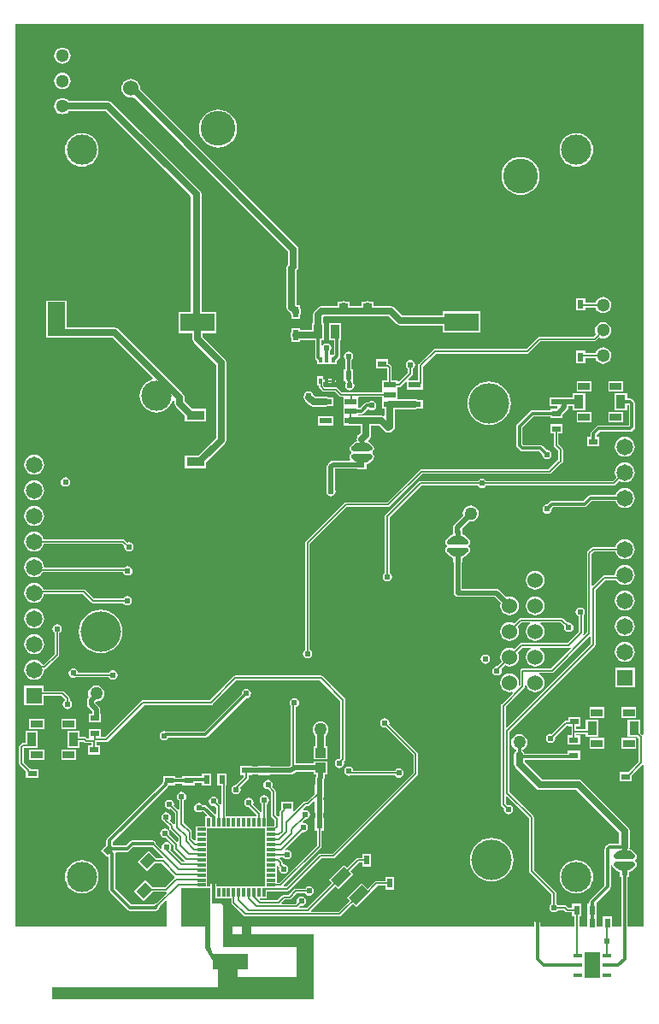
<source format=gtl>
G04*
G04 #@! TF.GenerationSoftware,Altium Limited,Altium Designer,19.1.7 (138)*
G04*
G04 Layer_Physical_Order=1*
G04 Layer_Color=255*
%FSLAX25Y25*%
%MOIN*%
G70*
G01*
G75*
%ADD10C,0.00787*%
%ADD18R,0.07087X0.13386*%
%ADD19R,0.04528X0.02953*%
%ADD20R,0.03740X0.05512*%
%ADD21R,0.03600X0.02400*%
%ADD22R,0.03937X0.03937*%
%ADD23R,0.03543X0.05709*%
%ADD24R,0.02400X0.03600*%
G04:AMPARAMS|DCode=25|XSize=70.87mil|YSize=39.37mil|CornerRadius=0mil|HoleSize=0mil|Usage=FLASHONLY|Rotation=225.000|XOffset=0mil|YOffset=0mil|HoleType=Round|Shape=Rectangle|*
%AMROTATEDRECTD25*
4,1,4,0.01114,0.03897,0.03897,0.01114,-0.01114,-0.03897,-0.03897,-0.01114,0.01114,0.03897,0.0*
%
%ADD25ROTATEDRECTD25*%

%ADD26R,0.04724X0.02362*%
%ADD27R,0.01378X0.02362*%
%ADD28R,0.06693X0.04331*%
%ADD29R,0.04921X0.02362*%
%ADD30R,0.01968X0.04134*%
%ADD31R,0.01181X0.03347*%
%ADD32R,0.03347X0.01181*%
%ADD33R,0.20669X0.20669*%
%ADD34R,0.13386X0.07087*%
G04:AMPARAMS|DCode=35|XSize=51.18mil|YSize=41.34mil|CornerRadius=0mil|HoleSize=0mil|Usage=FLASHONLY|Rotation=45.000|XOffset=0mil|YOffset=0mil|HoleType=Round|Shape=Rectangle|*
%AMROTATEDRECTD35*
4,1,4,-0.00348,-0.03271,-0.03271,-0.00348,0.00348,0.03271,0.03271,0.00348,-0.00348,-0.03271,0.0*
%
%ADD35ROTATEDRECTD35*%

%ADD36R,0.06890X0.03740*%
%ADD37R,0.06890X0.12598*%
%ADD38R,0.06299X0.09843*%
%ADD39R,0.03543X0.01772*%
G04:AMPARAMS|DCode=40|XSize=18.11mil|YSize=18.11mil|CornerRadius=4.53mil|HoleSize=0mil|Usage=FLASHONLY|Rotation=180.000|XOffset=0mil|YOffset=0mil|HoleType=Round|Shape=RoundedRectangle|*
%AMROUNDEDRECTD40*
21,1,0.01811,0.00906,0,0,180.0*
21,1,0.00906,0.01811,0,0,180.0*
1,1,0.00906,-0.00453,0.00453*
1,1,0.00906,0.00453,0.00453*
1,1,0.00906,0.00453,-0.00453*
1,1,0.00906,-0.00453,-0.00453*
%
%ADD40ROUNDEDRECTD40*%
G04:AMPARAMS|DCode=41|XSize=36mil|YSize=24mil|CornerRadius=0mil|HoleSize=0mil|Usage=FLASHONLY|Rotation=225.000|XOffset=0mil|YOffset=0mil|HoleType=Round|Shape=Rectangle|*
%AMROTATEDRECTD41*
4,1,4,0.00424,0.02121,0.02121,0.00424,-0.00424,-0.02121,-0.02121,-0.00424,0.00424,0.02121,0.0*
%
%ADD41ROTATEDRECTD41*%

%ADD79C,0.01968*%
%ADD80R,0.02362X0.02362*%
%ADD81C,0.00600*%
%ADD82C,0.01181*%
%ADD83C,0.00602*%
%ADD84C,0.02756*%
%ADD85C,0.06000*%
%ADD86C,0.11811*%
%ADD87C,0.06024*%
%ADD88C,0.13583*%
%ADD89C,0.05118*%
%ADD90R,0.06496X0.06496*%
%ADD91C,0.06496*%
%ADD92C,0.15748*%
%ADD93C,0.02400*%
%ADD94C,0.01634*%
%ADD95C,0.05000*%
G36*
X122385Y-99996D02*
X121885Y-100203D01*
X121139Y-99458D01*
Y-94044D01*
X116199D01*
Y-100756D01*
X119842D01*
X120482Y-101397D01*
Y-110620D01*
X116502Y-114600D01*
X113000D01*
Y-118200D01*
X117800D01*
Y-115898D01*
X121885Y-111813D01*
X122385Y-112020D01*
Y-175000D01*
X116214D01*
Y-155515D01*
X116781D01*
Y-153564D01*
X117784Y-153148D01*
X118938Y-152263D01*
X119527Y-151495D01*
X119523Y-151492D01*
X119717Y-151201D01*
X119840Y-150583D01*
X119717Y-149965D01*
X119367Y-149441D01*
X119157Y-149301D01*
Y-148699D01*
X119367Y-148559D01*
X119717Y-148035D01*
X119840Y-147417D01*
X119717Y-146799D01*
X119523Y-146508D01*
X119527Y-146505D01*
X118938Y-145737D01*
X117784Y-144852D01*
X116897Y-144484D01*
X117017Y-143882D01*
Y-137500D01*
X116863Y-136728D01*
X116426Y-136074D01*
X98426Y-118074D01*
X97772Y-117637D01*
X97000Y-117483D01*
X82835D01*
X76017Y-110665D01*
Y-109814D01*
X92900D01*
Y-109900D01*
X97700D01*
Y-106300D01*
X92900D01*
Y-107386D01*
X75915D01*
X75863Y-107128D01*
X75426Y-106474D01*
X75214Y-106332D01*
Y-105853D01*
X75563Y-105708D01*
X76211Y-105211D01*
X76708Y-104563D01*
X77020Y-103809D01*
X77127Y-103000D01*
X77020Y-102191D01*
X76708Y-101437D01*
X76211Y-100789D01*
X75563Y-100292D01*
X74809Y-99980D01*
X74000Y-99873D01*
X73191Y-99980D01*
X72437Y-100292D01*
X71789Y-100789D01*
X71292Y-101437D01*
X70980Y-102191D01*
X70873Y-103000D01*
X70980Y-103809D01*
X71292Y-104563D01*
X71789Y-105211D01*
X72437Y-105708D01*
X72786Y-105853D01*
Y-106332D01*
X72574Y-106474D01*
X72137Y-107128D01*
X71983Y-107900D01*
Y-111500D01*
X72137Y-112272D01*
X72574Y-112926D01*
X80574Y-120926D01*
X81228Y-121363D01*
X82000Y-121517D01*
X96165D01*
X112983Y-138335D01*
Y-142668D01*
X109118D01*
X108653Y-142761D01*
X108260Y-143024D01*
X108260Y-143024D01*
X107642Y-143642D01*
X107378Y-144035D01*
X107286Y-144500D01*
X107286Y-144500D01*
Y-158797D01*
X101642Y-164442D01*
X101379Y-164835D01*
X101286Y-165300D01*
X101286Y-165300D01*
Y-166000D01*
X100600D01*
Y-170500D01*
X100600Y-170800D01*
X100600D01*
X100600Y-171000D01*
X100600D01*
Y-175000D01*
X97513D01*
Y-170800D01*
X98200D01*
Y-166000D01*
X94600D01*
Y-167482D01*
X93080D01*
X92349Y-166751D01*
X92051Y-166552D01*
X91700Y-166482D01*
X91349Y-166552D01*
X91304Y-166582D01*
X89052D01*
X88798Y-166202D01*
X88418Y-165948D01*
Y-162000D01*
X88348Y-161649D01*
X88149Y-161351D01*
X79718Y-152920D01*
Y-132300D01*
X79648Y-131949D01*
X79449Y-131651D01*
X70118Y-122320D01*
Y-98780D01*
X103449Y-65449D01*
X103648Y-65151D01*
X103718Y-64800D01*
Y-43580D01*
X107580Y-39718D01*
X111898D01*
X112456Y-40444D01*
X113259Y-41061D01*
X114196Y-41449D01*
X115200Y-41581D01*
X116205Y-41449D01*
X117141Y-41061D01*
X117944Y-40444D01*
X118561Y-39641D01*
X118949Y-38704D01*
X119081Y-37700D01*
X118949Y-36696D01*
X118561Y-35759D01*
X117944Y-34956D01*
X117141Y-34339D01*
X116205Y-33951D01*
X115200Y-33819D01*
X114196Y-33951D01*
X113259Y-34339D01*
X112456Y-34956D01*
X111839Y-35759D01*
X111451Y-36696D01*
X111319Y-37700D01*
X111159Y-37882D01*
X107200D01*
X106849Y-37952D01*
X106551Y-38151D01*
X102680Y-42023D01*
X102218Y-41831D01*
Y-29580D01*
X103180Y-28618D01*
X111440D01*
X111451Y-28705D01*
X111839Y-29641D01*
X112456Y-30444D01*
X113259Y-31061D01*
X114196Y-31449D01*
X115200Y-31581D01*
X116205Y-31449D01*
X117141Y-31061D01*
X117944Y-30444D01*
X118561Y-29641D01*
X118949Y-28705D01*
X119081Y-27700D01*
X118949Y-26695D01*
X118561Y-25759D01*
X117944Y-24956D01*
X117141Y-24339D01*
X116205Y-23951D01*
X115200Y-23819D01*
X114196Y-23951D01*
X113259Y-24339D01*
X112456Y-24956D01*
X111839Y-25759D01*
X111451Y-26695D01*
X111440Y-26782D01*
X102800D01*
X102449Y-26852D01*
X102151Y-27051D01*
X100651Y-28551D01*
X100452Y-28849D01*
X100382Y-29200D01*
Y-60120D01*
X99156Y-61347D01*
X98800Y-60997D01*
X98999Y-60700D01*
X99069Y-60348D01*
Y-59851D01*
X99018Y-59593D01*
Y-53651D01*
X99098Y-53598D01*
X99496Y-53002D01*
X99635Y-52300D01*
X99496Y-51598D01*
X99098Y-51002D01*
X98502Y-50604D01*
X97800Y-50465D01*
X97098Y-50604D01*
X96502Y-51002D01*
X96104Y-51598D01*
X95965Y-52300D01*
X96104Y-53002D01*
X96502Y-53598D01*
X97098Y-53996D01*
X97182Y-54012D01*
Y-59800D01*
X97219Y-59983D01*
X92920Y-64282D01*
X74800D01*
X74449Y-64352D01*
X74151Y-64551D01*
X72033Y-66669D01*
X72016Y-66655D01*
X71140Y-66293D01*
X70200Y-66169D01*
X69260Y-66293D01*
X68384Y-66655D01*
X67632Y-67232D01*
X67055Y-67984D01*
X66693Y-68860D01*
X66569Y-69800D01*
X66693Y-70740D01*
X67055Y-71615D01*
X67156Y-71746D01*
X65582Y-73321D01*
X65300Y-73265D01*
X64598Y-73404D01*
X64002Y-73802D01*
X63604Y-74398D01*
X63465Y-75100D01*
X63604Y-75802D01*
X64002Y-76398D01*
X64598Y-76796D01*
X65300Y-76935D01*
X66002Y-76796D01*
X66598Y-76398D01*
X66996Y-75802D01*
X67135Y-75100D01*
X67013Y-74485D01*
X68504Y-72994D01*
X69260Y-73307D01*
X70200Y-73431D01*
X71140Y-73307D01*
X72016Y-72945D01*
X72768Y-72368D01*
X73345Y-71615D01*
X73707Y-70740D01*
X73831Y-69800D01*
X73707Y-68860D01*
X73345Y-67984D01*
X73331Y-67967D01*
X75180Y-66118D01*
X78376D01*
X78476Y-66618D01*
X78385Y-66655D01*
X77632Y-67232D01*
X77055Y-67984D01*
X76693Y-68860D01*
X76569Y-69800D01*
X76693Y-70740D01*
X77055Y-71615D01*
X77632Y-72368D01*
X78385Y-72945D01*
X79260Y-73307D01*
X80200Y-73431D01*
X81140Y-73307D01*
X82016Y-72945D01*
X82768Y-72368D01*
X83345Y-71615D01*
X83707Y-70740D01*
X83831Y-69800D01*
X83707Y-68860D01*
X83345Y-67984D01*
X82768Y-67232D01*
X82016Y-66655D01*
X81924Y-66618D01*
X82024Y-66118D01*
X93300D01*
X93651Y-66048D01*
X93949Y-65849D01*
X94298Y-66204D01*
X86320Y-74182D01*
X75300D01*
X74949Y-74252D01*
X74651Y-74451D01*
X74452Y-74749D01*
X74382Y-75100D01*
Y-80700D01*
X74172Y-80858D01*
X73730Y-80565D01*
X73831Y-79800D01*
X73707Y-78860D01*
X73345Y-77984D01*
X72768Y-77232D01*
X72016Y-76655D01*
X71140Y-76293D01*
X70200Y-76169D01*
X69260Y-76293D01*
X68384Y-76655D01*
X67632Y-77232D01*
X67055Y-77984D01*
X66693Y-78860D01*
X66569Y-79800D01*
X66693Y-80740D01*
X67055Y-81616D01*
X67632Y-82368D01*
X68384Y-82945D01*
X69260Y-83307D01*
X70200Y-83431D01*
X71140Y-83307D01*
X71222Y-83273D01*
X71505Y-83697D01*
X67151Y-88051D01*
X66952Y-88349D01*
X66882Y-88700D01*
Y-127300D01*
X66952Y-127651D01*
X67151Y-127949D01*
X68054Y-128852D01*
X67965Y-129300D01*
X68104Y-130002D01*
X68502Y-130598D01*
X69098Y-130996D01*
X69800Y-131135D01*
X70502Y-130996D01*
X71098Y-130598D01*
X71496Y-130002D01*
X71635Y-129300D01*
X71496Y-128598D01*
X71098Y-128002D01*
X70502Y-127604D01*
X69800Y-127465D01*
X69352Y-127554D01*
X68718Y-126920D01*
Y-124169D01*
X69180Y-123977D01*
X77882Y-132680D01*
Y-153300D01*
X77952Y-153651D01*
X78151Y-153949D01*
X86582Y-162380D01*
Y-165948D01*
X86202Y-166202D01*
X85804Y-166798D01*
X85665Y-167500D01*
X85804Y-168202D01*
X86202Y-168798D01*
X86798Y-169196D01*
X87500Y-169335D01*
X88202Y-169196D01*
X88798Y-168798D01*
X89052Y-168418D01*
X91420D01*
X92051Y-169049D01*
X92349Y-169248D01*
X92700Y-169318D01*
X94600D01*
Y-170800D01*
X95487D01*
Y-175000D01*
X82214D01*
Y-171000D01*
X82121Y-170536D01*
X81858Y-170142D01*
X81464Y-169878D01*
X81000Y-169786D01*
X80536Y-169878D01*
X80142Y-170142D01*
X79878Y-170536D01*
X79786Y-171000D01*
Y-175000D01*
X-30476D01*
Y-177913D01*
X-6146D01*
Y-203346D01*
X-108035D01*
Y-198583D01*
X-43468D01*
Y-191496D01*
X-45634D01*
Y-188248D01*
X-48429Y-183071D01*
Y-175000D01*
X-57701D01*
Y-159800D01*
X-52273D01*
Y-159852D01*
X-47727D01*
Y-159800D01*
X-46600D01*
Y-175000D01*
X-46618D01*
Y-182992D01*
X-45634Y-185591D01*
X-31854D01*
Y-191496D01*
X-35791D01*
Y-194646D01*
X-12957D01*
Y-182992D01*
X-41500D01*
Y-175000D01*
X-41551D01*
Y-166800D01*
X-41649Y-166564D01*
X-41741Y-166341D01*
X-42141Y-165941D01*
X-42600Y-165751D01*
X-45900D01*
X-45951Y-165717D01*
Y-162954D01*
X-45450Y-162596D01*
X-45276Y-162631D01*
X-44998Y-162576D01*
X-44498Y-162885D01*
Y-163691D01*
X-38319D01*
Y-165498D01*
X-38249Y-165849D01*
X-38050Y-166147D01*
X-33549Y-170649D01*
X-33251Y-170848D01*
X-32900Y-170918D01*
X3960D01*
X4311Y-170848D01*
X4608Y-170649D01*
X9199Y-166058D01*
X10366Y-167226D01*
X14413Y-163179D01*
X14488Y-163129D01*
X18699Y-158918D01*
X19000D01*
X19000Y-158918D01*
X21700D01*
Y-160400D01*
X25300D01*
Y-155600D01*
X21700D01*
Y-157082D01*
X19000D01*
X19000Y-157082D01*
X18319D01*
X17968Y-157152D01*
X17670Y-157351D01*
X14940Y-160081D01*
X12593Y-157734D01*
X6734Y-163593D01*
X7901Y-164761D01*
X3579Y-169082D01*
X-7091D01*
X-7282Y-168620D01*
X2239Y-159099D01*
X3407Y-160266D01*
X9266Y-154407D01*
X8099Y-153239D01*
X11420Y-149918D01*
X12700D01*
Y-151400D01*
X16300D01*
Y-146600D01*
X12700D01*
Y-148082D01*
X11040D01*
X10689Y-148152D01*
X10391Y-148351D01*
X6801Y-151942D01*
X5634Y-150774D01*
X-226Y-156634D01*
X941Y-157801D01*
X-8840Y-167582D01*
X-11631D01*
X-11823Y-167120D01*
X-11448Y-166746D01*
X-11000Y-166835D01*
X-10298Y-166696D01*
X-9702Y-166298D01*
X-9304Y-165702D01*
X-9165Y-165000D01*
X-9304Y-164298D01*
X-9702Y-163702D01*
X-10298Y-163304D01*
X-11000Y-163165D01*
X-11702Y-163304D01*
X-12298Y-163702D01*
X-12696Y-164298D01*
X-12835Y-165000D01*
X-12746Y-165448D01*
X-13380Y-166082D01*
X-18631D01*
X-18823Y-165620D01*
X-17520Y-164318D01*
X-15500D01*
X-15149Y-164248D01*
X-14851Y-164049D01*
X-12720Y-161918D01*
X-9552D01*
X-9298Y-162298D01*
X-8702Y-162696D01*
X-8000Y-162835D01*
X-7298Y-162696D01*
X-6702Y-162298D01*
X-6304Y-161702D01*
X-6165Y-161000D01*
X-6304Y-160298D01*
X-6702Y-159702D01*
X-7298Y-159304D01*
X-8000Y-159165D01*
X-8702Y-159304D01*
X-9298Y-159702D01*
X-9552Y-160082D01*
X-13100D01*
X-13451Y-160152D01*
X-13749Y-160351D01*
X-15880Y-162482D01*
X-17900D01*
X-18251Y-162552D01*
X-18549Y-162751D01*
X-20380Y-164582D01*
X-26920D01*
X-27350Y-164153D01*
X-27158Y-163691D01*
X-24400D01*
Y-161070D01*
X-16349D01*
X-15998Y-161000D01*
X-15700Y-160801D01*
X-3117Y-148218D01*
X1500D01*
X1851Y-148148D01*
X2149Y-147949D01*
X34249Y-115849D01*
X34448Y-115551D01*
X34518Y-115200D01*
Y-107600D01*
X34448Y-107249D01*
X34249Y-106951D01*
X23246Y-95948D01*
X23335Y-95500D01*
X23196Y-94798D01*
X22798Y-94202D01*
X22202Y-93804D01*
X21500Y-93665D01*
X20798Y-93804D01*
X20202Y-94202D01*
X19804Y-94798D01*
X19665Y-95500D01*
X19804Y-96202D01*
X20202Y-96798D01*
X20798Y-97196D01*
X21500Y-97335D01*
X21948Y-97246D01*
X32682Y-107980D01*
Y-114820D01*
X1120Y-146382D01*
X-3497D01*
X-3848Y-146452D01*
X-4146Y-146651D01*
X-16729Y-159234D01*
X-17783D01*
X-17975Y-158772D01*
X-3351Y-144149D01*
X-3152Y-143851D01*
X-3082Y-143500D01*
Y-137400D01*
X-2200D01*
Y-132600D01*
X-2385D01*
Y-130400D01*
X-2200D01*
Y-125600D01*
X-2385D01*
Y-124400D01*
X-2200D01*
Y-119600D01*
X-2332D01*
Y-117904D01*
X-2008Y-117418D01*
X-1885Y-116800D01*
Y-115521D01*
X-932D01*
Y-110384D01*
X-6069D01*
Y-111337D01*
X-13206D01*
Y-89337D01*
X-12998Y-89296D01*
X-12402Y-88898D01*
X-12004Y-88302D01*
X-11865Y-87600D01*
X-12004Y-86898D01*
X-12402Y-86302D01*
X-12998Y-85904D01*
X-13700Y-85765D01*
X-14402Y-85904D01*
X-14998Y-86302D01*
X-15396Y-86898D01*
X-15535Y-87600D01*
X-15396Y-88302D01*
X-15041Y-88833D01*
Y-111759D01*
X-15119Y-111811D01*
X-15178Y-111899D01*
X-15266Y-111958D01*
X-15693Y-112385D01*
X-23100D01*
Y-112200D01*
X-27900D01*
Y-112385D01*
X-30100D01*
Y-112200D01*
X-34900D01*
Y-115800D01*
X-33418D01*
Y-116620D01*
X-36149Y-119351D01*
X-36175Y-119390D01*
X-36458Y-119673D01*
X-36500Y-119665D01*
X-37202Y-119804D01*
X-37798Y-120202D01*
X-38196Y-120798D01*
X-38335Y-121500D01*
X-38196Y-122202D01*
X-37798Y-122798D01*
X-37202Y-123196D01*
X-36500Y-123335D01*
X-35798Y-123196D01*
X-35202Y-122798D01*
X-34804Y-122202D01*
X-34665Y-121500D01*
X-34804Y-120798D01*
X-34878Y-120688D01*
X-34851Y-120662D01*
X-34825Y-120623D01*
X-31851Y-117649D01*
X-31652Y-117351D01*
X-31582Y-117000D01*
Y-115800D01*
X-30100D01*
Y-115615D01*
X-27900D01*
Y-115800D01*
X-23100D01*
Y-115615D01*
X-15024D01*
X-14405Y-115492D01*
X-13881Y-115142D01*
X-13307Y-114568D01*
X-6069D01*
Y-115521D01*
X-5115D01*
Y-116144D01*
X-5440Y-116629D01*
X-5563Y-117247D01*
Y-119600D01*
X-5800D01*
Y-123102D01*
X-8780Y-126082D01*
X-9400D01*
X-9751Y-126152D01*
X-10049Y-126351D01*
X-13672Y-129975D01*
X-14100Y-129695D01*
Y-126200D01*
X-18900D01*
Y-129102D01*
X-19249Y-129451D01*
X-19448Y-129749D01*
X-19518Y-130100D01*
Y-131832D01*
X-19612Y-131900D01*
X-20018Y-132019D01*
X-20999Y-131037D01*
Y-122083D01*
X-21069Y-121732D01*
X-21268Y-121434D01*
X-22383Y-120319D01*
X-22304Y-120202D01*
X-22165Y-119500D01*
X-22304Y-118798D01*
X-22702Y-118202D01*
X-23298Y-117804D01*
X-24000Y-117665D01*
X-24702Y-117804D01*
X-25298Y-118202D01*
X-25696Y-118798D01*
X-25835Y-119500D01*
X-25696Y-120202D01*
X-25298Y-120798D01*
X-24702Y-121196D01*
X-24000Y-121335D01*
X-23969Y-121329D01*
X-22835Y-122463D01*
Y-131417D01*
X-22765Y-131768D01*
X-22566Y-132066D01*
X-21481Y-133151D01*
Y-135439D01*
X-21859Y-135817D01*
X-24400D01*
Y-131979D01*
X-24673D01*
Y-127112D01*
X-24202Y-126798D01*
X-23804Y-126202D01*
X-23665Y-125500D01*
X-23804Y-124798D01*
X-24202Y-124202D01*
X-24798Y-123804D01*
X-25500Y-123665D01*
X-26202Y-123804D01*
X-26798Y-124202D01*
X-27196Y-124798D01*
X-27335Y-125500D01*
X-27196Y-126202D01*
X-26798Y-126798D01*
X-26508Y-126991D01*
Y-130005D01*
X-26623Y-130087D01*
X-27008Y-130194D01*
X-29883Y-127320D01*
X-29804Y-127202D01*
X-29665Y-126500D01*
X-29804Y-125798D01*
X-30202Y-125202D01*
X-30798Y-124804D01*
X-31500Y-124665D01*
X-32202Y-124804D01*
X-32798Y-125202D01*
X-33196Y-125798D01*
X-33335Y-126500D01*
X-33196Y-127202D01*
X-32798Y-127798D01*
X-32202Y-128196D01*
X-31500Y-128335D01*
X-31469Y-128329D01*
X-28477Y-131321D01*
Y-131979D01*
X-40421D01*
Y-119900D01*
X-40200D01*
Y-115100D01*
X-43800D01*
Y-119900D01*
X-42256D01*
Y-127057D01*
X-42371Y-127139D01*
X-42756Y-127246D01*
X-43554Y-126448D01*
X-43465Y-126000D01*
X-43604Y-125298D01*
X-44002Y-124702D01*
X-44598Y-124304D01*
X-45300Y-124165D01*
X-46002Y-124304D01*
X-46598Y-124702D01*
X-46996Y-125298D01*
X-47135Y-126000D01*
X-46996Y-126702D01*
X-46598Y-127298D01*
X-46002Y-127696D01*
X-45300Y-127835D01*
X-44852Y-127746D01*
X-44225Y-128373D01*
Y-130900D01*
X-44725Y-131107D01*
X-47957Y-127875D01*
X-48351Y-127612D01*
X-48815Y-127519D01*
X-48815Y-127519D01*
X-49490D01*
X-49702Y-127202D01*
X-50298Y-126804D01*
X-51000Y-126665D01*
X-51702Y-126804D01*
X-52298Y-127202D01*
X-52696Y-127798D01*
X-52835Y-128500D01*
X-52696Y-129202D01*
X-52298Y-129798D01*
X-51702Y-130196D01*
X-51000Y-130335D01*
X-50298Y-130196D01*
X-49926Y-129947D01*
X-49318D01*
X-47749Y-131517D01*
X-47940Y-131979D01*
X-48435D01*
Y-135817D01*
X-52273D01*
Y-138198D01*
Y-141122D01*
X-52773Y-141329D01*
X-53682Y-140420D01*
Y-137800D01*
X-53752Y-137449D01*
X-53951Y-137151D01*
X-56782Y-134320D01*
Y-125652D01*
X-56402Y-125398D01*
X-56004Y-124802D01*
X-55865Y-124100D01*
X-56004Y-123398D01*
X-56402Y-122802D01*
X-56998Y-122404D01*
X-57700Y-122265D01*
X-58402Y-122404D01*
X-58998Y-122802D01*
X-59396Y-123398D01*
X-59535Y-124100D01*
X-59396Y-124802D01*
X-58998Y-125398D01*
X-58618Y-125652D01*
Y-129077D01*
X-59118Y-129285D01*
X-60754Y-127648D01*
X-60665Y-127200D01*
X-60804Y-126498D01*
X-61202Y-125902D01*
X-61798Y-125504D01*
X-62500Y-125365D01*
X-63202Y-125504D01*
X-63798Y-125902D01*
X-64196Y-126498D01*
X-64335Y-127200D01*
X-64196Y-127902D01*
X-63798Y-128498D01*
X-63202Y-128896D01*
X-62500Y-129035D01*
X-62052Y-128946D01*
X-60318Y-130680D01*
Y-134847D01*
X-60818Y-134999D01*
X-60851Y-134949D01*
X-62402Y-133398D01*
X-62004Y-132802D01*
X-61865Y-132100D01*
X-62004Y-131398D01*
X-62402Y-130802D01*
X-62998Y-130404D01*
X-63700Y-130265D01*
X-64402Y-130404D01*
X-64998Y-130802D01*
X-65396Y-131398D01*
X-65535Y-132100D01*
X-65396Y-132802D01*
X-64998Y-133398D01*
X-64559Y-133691D01*
X-64548Y-133749D01*
X-64349Y-134047D01*
X-62418Y-135978D01*
Y-136500D01*
X-62348Y-136851D01*
X-62149Y-137149D01*
X-58968Y-140330D01*
Y-141625D01*
X-59468Y-141832D01*
X-62456Y-138844D01*
X-62367Y-138396D01*
X-62507Y-137693D01*
X-62905Y-137098D01*
X-63500Y-136700D01*
X-64202Y-136560D01*
X-64905Y-136700D01*
X-65500Y-137098D01*
X-65898Y-137693D01*
X-66038Y-138396D01*
X-65898Y-139098D01*
X-65500Y-139693D01*
X-64905Y-140091D01*
X-64202Y-140231D01*
X-63754Y-140142D01*
X-60820Y-143076D01*
Y-144498D01*
X-60750Y-144849D01*
X-60551Y-145147D01*
X-56615Y-149082D01*
X-56715Y-149454D01*
X-56805Y-149582D01*
X-57418D01*
X-62182Y-144818D01*
X-61904Y-144402D01*
X-61765Y-143700D01*
X-61904Y-142998D01*
X-62302Y-142402D01*
X-62898Y-142004D01*
X-63600Y-141865D01*
X-64302Y-142004D01*
X-64898Y-142402D01*
X-65296Y-142998D01*
X-65435Y-143700D01*
X-65346Y-144149D01*
X-65807Y-144396D01*
X-67807Y-142395D01*
X-67879Y-142035D01*
X-68142Y-141642D01*
X-68536Y-141378D01*
X-69000Y-141286D01*
X-76900D01*
X-77364Y-141378D01*
X-77758Y-141642D01*
X-77758Y-141642D01*
X-79400Y-143283D01*
X-84523D01*
X-84641Y-143165D01*
Y-141857D01*
X-63142Y-120358D01*
X-63142Y-120358D01*
X-62879Y-119965D01*
X-62846Y-119800D01*
X-60100D01*
Y-119214D01*
X-57400D01*
Y-119800D01*
X-52600D01*
Y-118714D01*
X-49800D01*
Y-119900D01*
X-46200D01*
Y-115100D01*
X-49800D01*
Y-116286D01*
X-52600D01*
Y-116200D01*
X-57400D01*
Y-116786D01*
X-60100D01*
Y-116200D01*
X-64900D01*
Y-118104D01*
X-65122Y-118436D01*
X-65214Y-118900D01*
X-65214Y-118900D01*
Y-118997D01*
X-86713Y-140496D01*
X-86976Y-140890D01*
X-87068Y-141354D01*
X-87068Y-141354D01*
Y-143165D01*
X-89249Y-145346D01*
X-86703Y-147891D01*
X-86476Y-147664D01*
X-86014Y-147855D01*
Y-160500D01*
X-86014Y-160500D01*
X-85922Y-160965D01*
X-85658Y-161358D01*
X-78658Y-168358D01*
X-78658Y-168358D01*
X-78264Y-168622D01*
X-77800Y-168714D01*
X-68000D01*
X-68000Y-168714D01*
X-67536Y-168622D01*
X-67142Y-168358D01*
X-66642Y-167858D01*
X-66378Y-167464D01*
X-66307Y-167105D01*
X-63812Y-164610D01*
X-63350Y-164801D01*
X-63350Y-175000D01*
X-122385D01*
Y177000D01*
X122385D01*
Y-99996D01*
D02*
G37*
G36*
X101882Y-61869D02*
Y-64420D01*
X69180Y-97123D01*
X68718Y-96931D01*
Y-89080D01*
X75949Y-81849D01*
X76148Y-81551D01*
X76218Y-81200D01*
Y-80841D01*
X76693Y-80740D01*
X77055Y-81616D01*
X77632Y-82368D01*
X78385Y-82945D01*
X79260Y-83307D01*
X80200Y-83431D01*
X81140Y-83307D01*
X82016Y-82945D01*
X82768Y-82368D01*
X83345Y-81616D01*
X83707Y-80740D01*
X83831Y-79800D01*
X83707Y-78860D01*
X83345Y-77984D01*
X82768Y-77232D01*
X82016Y-76655D01*
X81683Y-76518D01*
X81782Y-76018D01*
X86700D01*
X87051Y-75948D01*
X87349Y-75749D01*
X101420Y-61677D01*
X101882Y-61869D01*
D02*
G37*
G36*
X-5800Y-126351D02*
Y-130400D01*
X-5615D01*
Y-132600D01*
X-5800D01*
Y-137400D01*
X-4918D01*
Y-143120D01*
X-19541Y-157744D01*
X-20561D01*
Y-155915D01*
Y-151135D01*
X-20062Y-151086D01*
X-20043Y-151177D01*
X-19844Y-151475D01*
X-19566Y-151753D01*
X-19596Y-151798D01*
X-19735Y-152500D01*
X-19596Y-153202D01*
X-19198Y-153798D01*
X-18602Y-154196D01*
X-17900Y-154335D01*
X-17198Y-154196D01*
X-16602Y-153798D01*
X-16204Y-153202D01*
X-16065Y-152500D01*
X-16204Y-151798D01*
X-16602Y-151202D01*
X-17198Y-150804D01*
X-17900Y-150665D01*
X-18278Y-150300D01*
Y-149770D01*
X-18348Y-149419D01*
X-18547Y-149121D01*
X-19410Y-148258D01*
X-19324Y-147915D01*
X-19217Y-147758D01*
X-18177D01*
X-17929Y-148129D01*
X-17334Y-148526D01*
X-16632Y-148666D01*
X-15929Y-148526D01*
X-15334Y-148129D01*
X-14936Y-147533D01*
X-14796Y-146831D01*
X-14936Y-146129D01*
X-15334Y-145533D01*
X-15929Y-145135D01*
X-16632Y-144996D01*
X-17080Y-145085D01*
X-17326Y-144624D01*
X-10748Y-138046D01*
X-10300Y-138135D01*
X-9598Y-137996D01*
X-9002Y-137598D01*
X-8604Y-137002D01*
X-8465Y-136300D01*
X-8604Y-135598D01*
X-9002Y-135002D01*
X-9598Y-134604D01*
X-10154Y-134494D01*
X-10376Y-134009D01*
X-9502Y-133135D01*
X-9500Y-133135D01*
X-8798Y-132996D01*
X-8202Y-132598D01*
X-7804Y-132002D01*
X-7665Y-131300D01*
X-7804Y-130598D01*
X-8202Y-130002D01*
X-8798Y-129604D01*
X-9500Y-129465D01*
X-9949Y-129554D01*
X-10195Y-129093D01*
X-9020Y-127918D01*
X-8400D01*
X-8049Y-127848D01*
X-7751Y-127649D01*
X-6262Y-126160D01*
X-5800Y-126351D01*
D02*
G37*
G36*
X-64992Y-147806D02*
X-65199Y-148306D01*
X-67299D01*
X-67378Y-148227D01*
X-67453Y-148176D01*
X-70526Y-145104D01*
X-74993Y-149572D01*
X-71222Y-153343D01*
X-67963Y-150085D01*
X-67679Y-150141D01*
X-65357D01*
X-60349Y-155149D01*
X-60350Y-155352D01*
X-60423Y-155701D01*
X-60649Y-155851D01*
X-64309Y-159511D01*
X-68924D01*
X-71779Y-156657D01*
X-76246Y-161125D01*
X-72474Y-164896D01*
X-68924Y-161346D01*
X-63929D01*
X-63832Y-161327D01*
X-63586Y-161788D01*
X-67605Y-165807D01*
X-67965Y-165878D01*
X-68358Y-166142D01*
X-68503Y-166286D01*
X-77297D01*
X-83586Y-159997D01*
Y-146400D01*
X-83624Y-146211D01*
X-83273Y-145711D01*
X-78897D01*
X-78897Y-145711D01*
X-78433Y-145619D01*
X-78039Y-145355D01*
X-76397Y-143714D01*
X-69084D01*
X-64992Y-147806D01*
D02*
G37*
G36*
X118033Y-148400D02*
X111967D01*
X113031Y-145738D01*
X116969D01*
X118033Y-148400D01*
D02*
G37*
G36*
X116969Y-152262D02*
X113031D01*
X111967Y-149600D01*
X118033D01*
X116969Y-152262D01*
D02*
G37*
G36*
X-25108Y-138198D02*
Y-140167D01*
Y-142136D01*
Y-144104D01*
Y-146072D01*
Y-148041D01*
Y-150010D01*
Y-151978D01*
Y-153946D01*
Y-155915D01*
Y-157884D01*
Y-159144D01*
X-44062D01*
Y-157196D01*
X-35559Y-148693D01*
X-35296Y-148299D01*
X-35204Y-147835D01*
X-35296Y-147370D01*
X-35559Y-146976D01*
X-35953Y-146713D01*
X-36417Y-146621D01*
X-36882Y-146713D01*
X-37276Y-146976D01*
X-46134Y-155835D01*
X-46397Y-156228D01*
X-46490Y-156693D01*
X-46490Y-156693D01*
Y-159144D01*
X-47727D01*
Y-157884D01*
Y-155915D01*
Y-153946D01*
Y-151978D01*
Y-150010D01*
Y-148041D01*
Y-146072D01*
Y-144104D01*
Y-142136D01*
Y-140167D01*
Y-138198D01*
Y-136525D01*
X-25108D01*
Y-138198D01*
D02*
G37*
G36*
X110283Y-151201D02*
X110477Y-151492D01*
X110473Y-151495D01*
X111062Y-152263D01*
X112216Y-153148D01*
X113219Y-153564D01*
Y-155515D01*
X113786D01*
Y-175000D01*
X110200D01*
Y-171000D01*
X106600D01*
Y-175000D01*
X104200D01*
Y-171300D01*
X104200Y-171000D01*
X104200D01*
X104200Y-170800D01*
X104200D01*
Y-166000D01*
X104200D01*
X104017Y-165500D01*
X109358Y-160158D01*
X109358Y-160158D01*
X109622Y-159765D01*
X109714Y-159300D01*
X109714Y-159300D01*
Y-150905D01*
X110214Y-150856D01*
X110283Y-151201D01*
D02*
G37*
%LPC*%
G36*
X-104179Y167929D02*
X-105003Y167820D01*
X-105772Y167502D01*
X-106432Y166996D01*
X-106938Y166336D01*
X-107256Y165567D01*
X-107365Y164743D01*
X-107256Y163918D01*
X-106938Y163149D01*
X-106432Y162489D01*
X-105772Y161983D01*
X-105003Y161665D01*
X-104179Y161556D01*
X-103354Y161665D01*
X-102586Y161983D01*
X-101926Y162489D01*
X-101419Y163149D01*
X-101101Y163918D01*
X-100992Y164743D01*
X-101101Y165567D01*
X-101419Y166336D01*
X-101926Y166996D01*
X-102586Y167502D01*
X-103354Y167820D01*
X-104179Y167929D01*
D02*
G37*
G36*
Y158086D02*
X-105003Y157978D01*
X-105772Y157659D01*
X-106432Y157153D01*
X-106938Y156493D01*
X-107256Y155725D01*
X-107365Y154900D01*
X-107256Y154075D01*
X-106938Y153307D01*
X-106432Y152647D01*
X-105772Y152141D01*
X-105003Y151822D01*
X-104179Y151714D01*
X-103354Y151822D01*
X-102586Y152141D01*
X-101926Y152647D01*
X-101419Y153307D01*
X-101101Y154075D01*
X-100992Y154900D01*
X-101101Y155725D01*
X-101419Y156493D01*
X-101926Y157153D01*
X-102586Y157659D01*
X-103354Y157978D01*
X-104179Y158086D01*
D02*
G37*
G36*
X-43496Y143779D02*
X-44945Y143636D01*
X-46338Y143214D01*
X-47622Y142527D01*
X-48748Y141604D01*
X-49672Y140478D01*
X-50358Y139194D01*
X-50780Y137801D01*
X-50923Y136352D01*
X-50780Y134903D01*
X-50358Y133510D01*
X-49672Y132226D01*
X-48748Y131100D01*
X-47622Y130177D01*
X-46338Y129490D01*
X-44945Y129068D01*
X-43496Y128925D01*
X-42047Y129068D01*
X-40654Y129490D01*
X-39370Y130177D01*
X-38244Y131100D01*
X-37321Y132226D01*
X-36634Y133510D01*
X-36212Y134903D01*
X-36069Y136352D01*
X-36212Y137801D01*
X-36634Y139194D01*
X-37321Y140478D01*
X-38244Y141604D01*
X-39370Y142527D01*
X-40654Y143214D01*
X-42047Y143636D01*
X-43496Y143779D01*
D02*
G37*
G36*
X96268Y134587D02*
X94992Y134462D01*
X93766Y134090D01*
X92636Y133486D01*
X91645Y132673D01*
X90832Y131682D01*
X90228Y130552D01*
X89856Y129326D01*
X89731Y128050D01*
X89856Y126775D01*
X90228Y125549D01*
X90832Y124419D01*
X91645Y123428D01*
X92636Y122615D01*
X93766Y122011D01*
X94992Y121639D01*
X96268Y121513D01*
X97543Y121639D01*
X98769Y122011D01*
X99900Y122615D01*
X100890Y123428D01*
X101703Y124419D01*
X102307Y125549D01*
X102679Y126775D01*
X102805Y128050D01*
X102679Y129326D01*
X102307Y130552D01*
X101703Y131682D01*
X100890Y132673D01*
X99900Y133486D01*
X98769Y134090D01*
X97543Y134462D01*
X96268Y134587D01*
D02*
G37*
G36*
X-96606D02*
X-97882Y134462D01*
X-99108Y134090D01*
X-100238Y133486D01*
X-101229Y132673D01*
X-102042Y131682D01*
X-102646Y130552D01*
X-103018Y129326D01*
X-103143Y128050D01*
X-103018Y126775D01*
X-102646Y125549D01*
X-102042Y124419D01*
X-101229Y123428D01*
X-100238Y122615D01*
X-99108Y122011D01*
X-97882Y121639D01*
X-96606Y121513D01*
X-95331Y121639D01*
X-94105Y122011D01*
X-92975Y122615D01*
X-91984Y123428D01*
X-91171Y124419D01*
X-90567Y125549D01*
X-90195Y126775D01*
X-90069Y128050D01*
X-90195Y129326D01*
X-90567Y130552D01*
X-91171Y131682D01*
X-91984Y132673D01*
X-92975Y133486D01*
X-94105Y134090D01*
X-95331Y134462D01*
X-96606Y134587D01*
D02*
G37*
G36*
X74496Y125275D02*
X73047Y125132D01*
X71654Y124710D01*
X70370Y124023D01*
X69244Y123100D01*
X68321Y121974D01*
X67634Y120690D01*
X67212Y119297D01*
X67069Y117848D01*
X67212Y116399D01*
X67634Y115006D01*
X68321Y113722D01*
X69244Y112596D01*
X70370Y111673D01*
X71654Y110986D01*
X73047Y110564D01*
X74496Y110421D01*
X75945Y110564D01*
X77338Y110986D01*
X78622Y111673D01*
X79748Y112596D01*
X80672Y113722D01*
X81358Y115006D01*
X81780Y116399D01*
X81923Y117848D01*
X81780Y119297D01*
X81358Y120690D01*
X80672Y121974D01*
X79748Y123100D01*
X78622Y124023D01*
X77338Y124710D01*
X75945Y125132D01*
X74496Y125275D01*
D02*
G37*
G36*
X106699Y70695D02*
X105875Y70586D01*
X105106Y70268D01*
X104446Y69762D01*
X103940Y69102D01*
X103660Y68426D01*
X99700D01*
Y70200D01*
X96100D01*
Y65400D01*
X99700D01*
Y66591D01*
X103660D01*
X103940Y65916D01*
X104446Y65256D01*
X105106Y64749D01*
X105875Y64431D01*
X106699Y64322D01*
X107524Y64431D01*
X108292Y64749D01*
X108952Y65256D01*
X109459Y65916D01*
X109777Y66684D01*
X109886Y67509D01*
X109777Y68333D01*
X109459Y69102D01*
X108952Y69762D01*
X108292Y70268D01*
X107524Y70586D01*
X106699Y70695D01*
D02*
G37*
G36*
X14900Y69117D02*
X14848D01*
X14076Y68963D01*
X13981Y68900D01*
X12500D01*
Y67117D01*
X7800D01*
Y68900D01*
X6266D01*
X6172Y68963D01*
X5400Y69117D01*
X4628Y68963D01*
X4534Y68900D01*
X3000D01*
Y67117D01*
X-3100D01*
X-3872Y66963D01*
X-4526Y66526D01*
X-5872Y65180D01*
X-6310Y64525D01*
X-6463Y63754D01*
Y60554D01*
X-6818D01*
Y57937D01*
X-11616D01*
Y58587D01*
X-14784D01*
Y57109D01*
X-15063Y56691D01*
X-15217Y55920D01*
X-15063Y55148D01*
X-14784Y54730D01*
Y53253D01*
X-11616D01*
Y53903D01*
X-6818D01*
Y53646D01*
X-5660D01*
Y47021D01*
X-5660Y47021D01*
X-5568Y46556D01*
X-5305Y46163D01*
X-4948Y45806D01*
Y44453D01*
X2748D01*
Y45806D01*
X3758Y46816D01*
X3758Y46816D01*
X4022Y47210D01*
X4114Y47675D01*
X4114Y47675D01*
Y53646D01*
X4618D01*
Y60554D01*
X-125D01*
Y53646D01*
X1686D01*
Y48177D01*
X1524Y48015D01*
X114D01*
Y49395D01*
X198Y49451D01*
X595Y50046D01*
X735Y50748D01*
X595Y51451D01*
X198Y52046D01*
X-398Y52444D01*
X-1100Y52584D01*
X-1802Y52444D01*
X-2398Y52046D01*
X-2733Y51545D01*
X-3208Y51618D01*
X-3232Y51628D01*
Y53646D01*
X-2075D01*
Y60554D01*
X-2430D01*
Y62918D01*
X-2265Y63083D01*
X14670D01*
X14785Y63106D01*
X14900Y63083D01*
X23104D01*
X26013Y60174D01*
X26668Y59737D01*
X27439Y59583D01*
X44296D01*
Y56757D01*
X58882D01*
Y65043D01*
X44296D01*
Y63617D01*
X28275D01*
X25365Y66526D01*
X24711Y66963D01*
X23939Y67117D01*
X17300D01*
Y68900D01*
X15766D01*
X15672Y68963D01*
X14900Y69117D01*
D02*
G37*
G36*
X-77512Y155743D02*
X-78455Y155619D01*
X-79333Y155255D01*
X-80088Y154676D01*
X-80667Y153921D01*
X-81031Y153043D01*
X-81155Y152100D01*
X-81031Y151157D01*
X-80667Y150279D01*
X-80088Y149524D01*
X-79333Y148945D01*
X-78455Y148581D01*
X-77512Y148457D01*
X-76569Y148581D01*
X-76433Y148637D01*
X-16113Y88317D01*
Y83368D01*
X-16122Y83358D01*
X-16559Y82704D01*
X-16713Y81932D01*
Y66632D01*
X-16559Y65861D01*
X-16122Y65206D01*
X-16004Y65127D01*
X-15083Y64206D01*
X-15063Y64109D01*
X-14784Y63691D01*
Y62213D01*
X-11616D01*
Y63691D01*
X-11337Y64109D01*
X-11183Y64880D01*
Y65176D01*
X-11337Y65947D01*
X-11616Y66365D01*
Y67547D01*
X-12679D01*
Y81097D01*
X-12670Y81106D01*
X-12233Y81761D01*
X-12079Y82532D01*
Y89152D01*
X-12233Y89924D01*
X-12670Y90578D01*
X-73906Y151814D01*
X-73869Y152100D01*
X-73993Y153043D01*
X-74357Y153921D01*
X-74936Y154676D01*
X-75690Y155255D01*
X-76569Y155619D01*
X-77512Y155743D01*
D02*
G37*
G36*
X106699Y60852D02*
X105875Y60744D01*
X105106Y60426D01*
X104446Y59919D01*
X103940Y59259D01*
X103621Y58491D01*
X103513Y57666D01*
X103621Y56841D01*
X103901Y56166D01*
X102953Y55218D01*
X81800D01*
X81449Y55148D01*
X81151Y54949D01*
X76679Y50477D01*
X41059D01*
X40708Y50407D01*
X40410Y50208D01*
X34833Y44631D01*
X34634Y44333D01*
X34564Y43982D01*
Y38121D01*
X30926D01*
X30719Y38621D01*
X32149Y40051D01*
X32348Y40349D01*
X32418Y40700D01*
Y42748D01*
X32798Y43002D01*
X33196Y43598D01*
X33335Y44300D01*
X33196Y45002D01*
X32798Y45598D01*
X32202Y45996D01*
X31500Y46135D01*
X30798Y45996D01*
X30202Y45598D01*
X29804Y45002D01*
X29665Y44300D01*
X29804Y43598D01*
X30202Y43002D01*
X30582Y42748D01*
Y41080D01*
X27040Y37537D01*
X26539Y37744D01*
Y38121D01*
X24317D01*
Y43100D01*
X24248Y43451D01*
X24049Y43749D01*
X23449Y44349D01*
X23151Y44548D01*
X22800Y44618D01*
Y46400D01*
X18000D01*
Y42800D01*
X21211D01*
X21300Y42782D01*
X22420D01*
X22482Y42720D01*
Y38121D01*
X20418D01*
Y34881D01*
X20418Y34559D01*
X20418Y34059D01*
Y33518D01*
X13400D01*
X13400Y33518D01*
X4780D01*
X3049Y35249D01*
X2751Y35448D01*
X2400Y35518D01*
X-1720D01*
X-2352Y36150D01*
Y37085D01*
X-2370Y37174D01*
Y37370D01*
X-1870Y37499D01*
X-1749Y37317D01*
X-1451Y37118D01*
X-1100Y37049D01*
X1459D01*
X1810Y37118D01*
X2108Y37317D01*
X2307Y37615D01*
X2377Y37966D01*
X2307Y38317D01*
X2108Y38615D01*
X1810Y38814D01*
X1459Y38884D01*
X-1100D01*
X-1451Y38814D01*
X-1749Y38615D01*
X-1870Y38434D01*
X-2370Y38562D01*
Y39747D01*
X-4948D01*
Y36185D01*
X-4188D01*
Y35770D01*
X-4118Y35419D01*
X-3919Y35121D01*
X-2749Y33951D01*
X-2451Y33752D01*
X-2100Y33682D01*
X2020D01*
X3751Y31951D01*
X4049Y31752D01*
X4400Y31682D01*
X4884D01*
X5359Y31621D01*
Y28059D01*
X5359D01*
Y27881D01*
X5359D01*
Y24319D01*
X5359D01*
Y24141D01*
X5359D01*
Y20579D01*
X7427D01*
X7549Y20497D01*
X8321Y20343D01*
X12273D01*
Y17677D01*
X11529Y16933D01*
X10819D01*
Y16047D01*
X10737Y15924D01*
X10583Y15152D01*
X10703Y14549D01*
X9816Y14182D01*
X8662Y13297D01*
X8073Y12529D01*
X8077Y12526D01*
X7883Y12235D01*
X7760Y11617D01*
X7883Y10999D01*
X8233Y10475D01*
X8443Y10334D01*
Y9733D01*
X8233Y9593D01*
X7883Y9069D01*
X7760Y8450D01*
X7883Y7832D01*
X8077Y7542D01*
X8073Y7539D01*
X8207Y7364D01*
X7986Y6915D01*
X1429D01*
X811Y6792D01*
X287Y6442D01*
X-542Y5613D01*
X-892Y5089D01*
X-1015Y4471D01*
Y-4478D01*
X-1096Y-4598D01*
X-1235Y-5300D01*
X-1096Y-6002D01*
X-698Y-6598D01*
X-102Y-6996D01*
X600Y-7135D01*
X1302Y-6996D01*
X1898Y-6598D01*
X2296Y-6002D01*
X2435Y-5300D01*
X2296Y-4598D01*
X2215Y-4478D01*
Y3685D01*
X10819D01*
Y3519D01*
X14381D01*
Y5470D01*
X15384Y5886D01*
X16538Y6771D01*
X17127Y7539D01*
X17123Y7542D01*
X17317Y7832D01*
X17440Y8450D01*
X17317Y9069D01*
X16967Y9593D01*
X16757Y9733D01*
Y10334D01*
X16967Y10475D01*
X17317Y10999D01*
X17440Y11617D01*
X17317Y12235D01*
X17123Y12526D01*
X17127Y12529D01*
X16538Y13297D01*
X15384Y14182D01*
X15162Y14274D01*
X15065Y14764D01*
X15716Y15416D01*
X16153Y16070D01*
X16306Y16842D01*
Y20343D01*
X19423D01*
X21474Y18292D01*
X22128Y17855D01*
X22900Y17702D01*
X23672Y17855D01*
X24326Y18292D01*
X24905Y18871D01*
X25342Y19525D01*
X25496Y20297D01*
Y26843D01*
X33321D01*
X34093Y26997D01*
X34216Y27079D01*
X36382D01*
Y30641D01*
X34216D01*
X34093Y30723D01*
X33321Y30876D01*
X26539D01*
Y34059D01*
X26539Y34381D01*
X26539Y34881D01*
Y35423D01*
X27140D01*
X27491Y35492D01*
X27789Y35691D01*
X29761Y37663D01*
X30261Y37456D01*
Y34559D01*
X36382D01*
Y37133D01*
X36399Y37221D01*
Y43602D01*
X41439Y48641D01*
X77059D01*
X77410Y48711D01*
X77708Y48910D01*
X82180Y53382D01*
X103333D01*
X103684Y53452D01*
X103982Y53651D01*
X105199Y54868D01*
X105875Y54588D01*
X106699Y54480D01*
X107524Y54588D01*
X108292Y54907D01*
X108952Y55413D01*
X109459Y56073D01*
X109777Y56841D01*
X109886Y57666D01*
X109777Y58491D01*
X109459Y59259D01*
X108952Y59919D01*
X108292Y60426D01*
X107524Y60744D01*
X106699Y60852D01*
D02*
G37*
G36*
Y51010D02*
X105875Y50901D01*
X105106Y50583D01*
X104446Y50077D01*
X103940Y49417D01*
X103660Y48741D01*
X99700D01*
Y49700D01*
X96100D01*
Y44900D01*
X99700D01*
Y46906D01*
X103660D01*
X103940Y46231D01*
X104446Y45571D01*
X105106Y45064D01*
X105875Y44746D01*
X106699Y44637D01*
X107524Y44746D01*
X108292Y45064D01*
X108952Y45571D01*
X109459Y46231D01*
X109777Y46999D01*
X109886Y47824D01*
X109777Y48648D01*
X109459Y49417D01*
X108952Y50077D01*
X108292Y50583D01*
X107524Y50901D01*
X106699Y51010D01*
D02*
G37*
G36*
X7400Y49435D02*
X6698Y49296D01*
X6102Y48898D01*
X5704Y48302D01*
X5565Y47600D01*
X5704Y46898D01*
X6102Y46302D01*
X6186Y46246D01*
Y42500D01*
X5600D01*
Y37700D01*
X6266D01*
X6278Y37635D01*
X6520Y37274D01*
X6204Y36802D01*
X6065Y36100D01*
X6204Y35398D01*
X6602Y34802D01*
X7198Y34404D01*
X7900Y34265D01*
X8602Y34404D01*
X9198Y34802D01*
X9596Y35398D01*
X9735Y36100D01*
X9596Y36802D01*
X9302Y37242D01*
X9200Y37700D01*
X9200Y37700D01*
X9200Y37700D01*
Y42500D01*
X8614D01*
Y46246D01*
X8698Y46302D01*
X9096Y46898D01*
X9235Y47600D01*
X9096Y48302D01*
X8698Y48898D01*
X8102Y49296D01*
X7400Y49435D01*
D02*
G37*
G36*
X114464Y37880D02*
X108737D01*
Y33727D01*
X114464D01*
Y37880D01*
D02*
G37*
G36*
X102063D02*
X96335D01*
Y33727D01*
X102063D01*
Y37880D01*
D02*
G37*
G36*
X99701Y33156D02*
X94761D01*
Y31415D01*
X90600D01*
Y31600D01*
X85800D01*
Y28000D01*
X88762D01*
X88954Y27538D01*
X88516Y27100D01*
X86000D01*
Y26514D01*
X79000D01*
X79000Y26514D01*
X78535Y26421D01*
X78142Y26158D01*
X78142Y26158D01*
X73142Y21158D01*
X72878Y20764D01*
X72786Y20300D01*
X72786Y20300D01*
Y12900D01*
X72786Y12900D01*
X72878Y12436D01*
X73142Y12042D01*
X74342Y10842D01*
X74342Y10842D01*
X74735Y10578D01*
X75200Y10486D01*
X75200Y10486D01*
X81797D01*
X82984Y9299D01*
X82965Y9200D01*
X83104Y8498D01*
X83502Y7902D01*
X84098Y7504D01*
X84800Y7365D01*
X85502Y7504D01*
X86098Y7902D01*
X86496Y8498D01*
X86635Y9200D01*
X86496Y9902D01*
X86098Y10498D01*
X85502Y10896D01*
X84800Y11035D01*
X84701Y11016D01*
X83158Y12558D01*
X82765Y12822D01*
X82300Y12914D01*
X82300Y12914D01*
X75703D01*
X75214Y13403D01*
Y19797D01*
X79503Y24086D01*
X86000D01*
Y23500D01*
X90800D01*
Y24816D01*
X92765Y26781D01*
X93116Y27305D01*
X93239Y27923D01*
Y28185D01*
X94761D01*
Y26444D01*
X99701D01*
Y33156D01*
D02*
G37*
G36*
X-8100Y33935D02*
X-8802Y33796D01*
X-9398Y33398D01*
X-9796Y32802D01*
X-9845Y32552D01*
X-9965Y32373D01*
X-10118Y31602D01*
X-9965Y30830D01*
X-9527Y30176D01*
X-7766Y28414D01*
X-7112Y27977D01*
X-6340Y27823D01*
X-1521D01*
X-750Y27977D01*
X-627Y28059D01*
X1441D01*
Y31621D01*
X-627D01*
X-750Y31703D01*
X-1521Y31857D01*
X-5505D01*
X-6393Y32745D01*
X-6404Y32802D01*
X-6802Y33398D01*
X-7398Y33796D01*
X-8100Y33935D01*
D02*
G37*
G36*
X-102357Y69282D02*
X-110643D01*
Y54696D01*
X-104529D01*
X-104335Y54657D01*
X-84530D01*
X-68859Y38986D01*
X-69012Y38433D01*
X-69980Y38139D01*
X-71110Y37535D01*
X-72100Y36722D01*
X-72913Y35732D01*
X-73517Y34602D01*
X-73889Y33375D01*
X-74015Y32100D01*
X-73889Y30825D01*
X-73517Y29598D01*
X-72913Y28468D01*
X-72100Y27478D01*
X-71110Y26665D01*
X-69980Y26061D01*
X-68753Y25689D01*
X-67478Y25563D01*
X-66203Y25689D01*
X-64976Y26061D01*
X-63846Y26665D01*
X-62856Y27478D01*
X-62043Y28468D01*
X-61439Y29598D01*
X-61253Y30209D01*
X-60675Y30393D01*
X-60470Y30234D01*
Y29132D01*
X-60316Y28360D01*
X-59879Y27706D01*
X-56346Y24173D01*
Y22085D01*
X-48257D01*
Y27025D01*
X-53495D01*
X-56437Y29967D01*
Y31433D01*
X-56590Y32204D01*
X-57027Y32859D01*
X-82269Y58100D01*
X-82923Y58537D01*
X-83695Y58691D01*
X-102357D01*
Y69282D01*
D02*
G37*
G36*
X114464Y25872D02*
X108737D01*
Y21720D01*
X114464D01*
Y25872D01*
D02*
G37*
G36*
X102063D02*
X96335D01*
Y21720D01*
X102063D01*
Y25872D01*
D02*
G37*
G36*
X62200Y37715D02*
X60539Y37551D01*
X58941Y37067D01*
X57469Y36280D01*
X56179Y35221D01*
X55120Y33931D01*
X54333Y32459D01*
X53849Y30861D01*
X53685Y29200D01*
X53849Y27539D01*
X54333Y25941D01*
X55120Y24469D01*
X56179Y23179D01*
X57469Y22120D01*
X58941Y21333D01*
X60539Y20849D01*
X62200Y20685D01*
X63861Y20849D01*
X65459Y21333D01*
X66931Y22120D01*
X68221Y23179D01*
X69280Y24469D01*
X70067Y25941D01*
X70551Y27539D01*
X70715Y29200D01*
X70551Y30861D01*
X70067Y32459D01*
X69280Y33931D01*
X68221Y35221D01*
X66931Y36280D01*
X65459Y37067D01*
X63861Y37551D01*
X62200Y37715D01*
D02*
G37*
G36*
X1441Y24141D02*
X-4484D01*
Y20579D01*
X1441D01*
Y24141D01*
D02*
G37*
G36*
X116039Y33156D02*
X111099D01*
Y26444D01*
X116039D01*
Y28586D01*
X116686D01*
Y20534D01*
X104880D01*
X104880Y20534D01*
X104415Y20442D01*
X104021Y20179D01*
X104021Y20178D01*
X102042Y18199D01*
X101778Y17805D01*
X101686Y17341D01*
X101686Y17340D01*
Y16100D01*
X100500D01*
Y12500D01*
X105300D01*
Y16100D01*
X104114D01*
Y16838D01*
X105383Y18106D01*
X117208D01*
X117208Y18106D01*
X117673Y18199D01*
X118067Y18462D01*
X118758Y19154D01*
X118758Y19154D01*
X119021Y19548D01*
X119114Y20012D01*
X119114Y20012D01*
Y29108D01*
X119114Y29108D01*
X119021Y29573D01*
X118758Y29967D01*
X118758Y29967D01*
X118067Y30658D01*
X117673Y30922D01*
X117208Y31014D01*
X117208Y31014D01*
X116039D01*
Y33156D01*
D02*
G37*
G36*
X115200Y16181D02*
X114196Y16049D01*
X113259Y15661D01*
X112456Y15044D01*
X111839Y14241D01*
X111451Y13305D01*
X111319Y12300D01*
X111451Y11295D01*
X111839Y10359D01*
X112456Y9556D01*
X113259Y8939D01*
X114196Y8551D01*
X115200Y8419D01*
X116205Y8551D01*
X117141Y8939D01*
X117944Y9556D01*
X118561Y10359D01*
X118949Y11295D01*
X119081Y12300D01*
X118949Y13305D01*
X118561Y14241D01*
X117944Y15044D01*
X117141Y15661D01*
X116205Y16049D01*
X115200Y16181D01*
D02*
G37*
G36*
X-104179Y148244D02*
X-105003Y148135D01*
X-105772Y147817D01*
X-106432Y147311D01*
X-106938Y146651D01*
X-107256Y145882D01*
X-107365Y145057D01*
X-107256Y144233D01*
X-106938Y143464D01*
X-106432Y142804D01*
X-105772Y142298D01*
X-105003Y141980D01*
X-104179Y141871D01*
X-103354Y141980D01*
X-102586Y142298D01*
X-101926Y142804D01*
X-101744Y143041D01*
X-87193D01*
X-54017Y109865D01*
Y64843D01*
X-58704D01*
Y56557D01*
X-53428D01*
Y54311D01*
X-53274Y53539D01*
X-52837Y52885D01*
X-44231Y44279D01*
Y15793D01*
X-51109Y8915D01*
X-56346D01*
Y3975D01*
X-48257D01*
Y6063D01*
X-40788Y13531D01*
X-40351Y14186D01*
X-40198Y14957D01*
Y45114D01*
X-40351Y45886D01*
X-40788Y46540D01*
X-49394Y55146D01*
Y56557D01*
X-44118D01*
Y64843D01*
X-49983D01*
Y110700D01*
X-50137Y111472D01*
X-50574Y112126D01*
X-84931Y146484D01*
X-85586Y146921D01*
X-86357Y147074D01*
X-101744D01*
X-101926Y147311D01*
X-102586Y147817D01*
X-103354Y148135D01*
X-104179Y148244D01*
D02*
G37*
G36*
X-115200Y9181D02*
X-116205Y9049D01*
X-117141Y8661D01*
X-117944Y8044D01*
X-118561Y7241D01*
X-118949Y6305D01*
X-119081Y5300D01*
X-118949Y4295D01*
X-118561Y3359D01*
X-117944Y2556D01*
X-117141Y1939D01*
X-116205Y1551D01*
X-115200Y1419D01*
X-114196Y1551D01*
X-113259Y1939D01*
X-112456Y2556D01*
X-111839Y3359D01*
X-111451Y4295D01*
X-111319Y5300D01*
X-111451Y6305D01*
X-111839Y7241D01*
X-112456Y8044D01*
X-113259Y8661D01*
X-114196Y9049D01*
X-115200Y9181D01*
D02*
G37*
G36*
X115200Y6181D02*
X114196Y6049D01*
X113259Y5661D01*
X112456Y5044D01*
X111839Y4241D01*
X111451Y3305D01*
X111319Y2300D01*
X111451Y1295D01*
X111839Y359D01*
X111892Y290D01*
X110520Y-1082D01*
X60952D01*
X60698Y-702D01*
X60102Y-304D01*
X59400Y-165D01*
X58698Y-304D01*
X58102Y-702D01*
X57848Y-1082D01*
X35406D01*
X35400Y-1081D01*
X35048Y-1151D01*
X34750Y-1350D01*
X21850Y-14250D01*
X21651Y-14548D01*
X21581Y-14900D01*
Y-36949D01*
X21202Y-37202D01*
X20804Y-37798D01*
X20665Y-38500D01*
X20804Y-39202D01*
X21202Y-39798D01*
X21798Y-40196D01*
X22500Y-40335D01*
X23202Y-40196D01*
X23798Y-39798D01*
X24196Y-39202D01*
X24335Y-38500D01*
X24196Y-37798D01*
X23798Y-37202D01*
X23419Y-36949D01*
Y-15281D01*
X35782Y-2918D01*
X57848D01*
X58102Y-3298D01*
X58698Y-3696D01*
X59400Y-3835D01*
X60102Y-3696D01*
X60698Y-3298D01*
X60952Y-2918D01*
X110900D01*
X111251Y-2848D01*
X111549Y-2649D01*
X113190Y-1008D01*
X113259Y-1061D01*
X114196Y-1449D01*
X115200Y-1581D01*
X116205Y-1449D01*
X117141Y-1061D01*
X117944Y-444D01*
X118561Y359D01*
X118949Y1295D01*
X119081Y2300D01*
X118949Y3305D01*
X118561Y4241D01*
X117944Y5044D01*
X117141Y5661D01*
X116205Y6049D01*
X115200Y6181D01*
D02*
G37*
G36*
X-103000Y335D02*
X-103702Y196D01*
X-104298Y-202D01*
X-104696Y-798D01*
X-104835Y-1500D01*
X-104696Y-2202D01*
X-104298Y-2798D01*
X-103702Y-3196D01*
X-103000Y-3335D01*
X-102298Y-3196D01*
X-101702Y-2798D01*
X-101304Y-2202D01*
X-101165Y-1500D01*
X-101304Y-798D01*
X-101702Y-202D01*
X-102298Y196D01*
X-103000Y335D01*
D02*
G37*
G36*
X-115200Y-819D02*
X-116205Y-951D01*
X-117141Y-1339D01*
X-117944Y-1956D01*
X-118561Y-2759D01*
X-118949Y-3695D01*
X-119081Y-4700D01*
X-118949Y-5705D01*
X-118561Y-6641D01*
X-117944Y-7444D01*
X-117141Y-8061D01*
X-116205Y-8449D01*
X-115200Y-8581D01*
X-114196Y-8449D01*
X-113259Y-8061D01*
X-112456Y-7444D01*
X-111839Y-6641D01*
X-111451Y-5705D01*
X-111319Y-4700D01*
X-111451Y-3695D01*
X-111839Y-2759D01*
X-112456Y-1956D01*
X-113259Y-1339D01*
X-114196Y-951D01*
X-115200Y-819D01*
D02*
G37*
G36*
X115200Y-3819D02*
X114196Y-3951D01*
X113259Y-4339D01*
X112456Y-4956D01*
X111839Y-5759D01*
X111538Y-6486D01*
X101855D01*
X101391Y-6578D01*
X100997Y-6842D01*
X100997Y-6842D01*
X98953Y-8886D01*
X86800D01*
X86800Y-8886D01*
X86335Y-8979D01*
X85942Y-9242D01*
X85942Y-9242D01*
X84999Y-10184D01*
X84900Y-10165D01*
X84198Y-10304D01*
X83602Y-10702D01*
X83204Y-11298D01*
X83065Y-12000D01*
X83204Y-12702D01*
X83602Y-13298D01*
X84198Y-13696D01*
X84900Y-13835D01*
X85602Y-13696D01*
X86198Y-13298D01*
X86596Y-12702D01*
X86735Y-12000D01*
X86716Y-11901D01*
X87303Y-11314D01*
X99455D01*
X99455Y-11314D01*
X99920Y-11221D01*
X100314Y-10958D01*
X102358Y-8914D01*
X111538D01*
X111839Y-9641D01*
X112456Y-10444D01*
X113259Y-11061D01*
X114196Y-11449D01*
X115200Y-11581D01*
X116205Y-11449D01*
X117141Y-11061D01*
X117944Y-10444D01*
X118561Y-9641D01*
X118949Y-8704D01*
X119081Y-7700D01*
X118949Y-6696D01*
X118561Y-5759D01*
X117944Y-4956D01*
X117141Y-4339D01*
X116205Y-3951D01*
X115200Y-3819D01*
D02*
G37*
G36*
X55100Y-10673D02*
X54291Y-10780D01*
X53537Y-11092D01*
X52889Y-11589D01*
X52392Y-12237D01*
X52080Y-12991D01*
X51973Y-13800D01*
X52071Y-14544D01*
X48661Y-17955D01*
X48311Y-18479D01*
X48188Y-19097D01*
Y-21185D01*
X48219Y-21341D01*
Y-21936D01*
X47216Y-22352D01*
X46062Y-23237D01*
X45473Y-24005D01*
X45477Y-24008D01*
X45283Y-24298D01*
X45160Y-24917D01*
X45283Y-25535D01*
X45633Y-26059D01*
X45843Y-26199D01*
Y-26801D01*
X45633Y-26941D01*
X45283Y-27465D01*
X45160Y-28083D01*
X45283Y-28701D01*
X45477Y-28992D01*
X45473Y-28995D01*
X46062Y-29763D01*
X47216Y-30648D01*
X48219Y-31064D01*
Y-33015D01*
X48385D01*
Y-44700D01*
X48508Y-45318D01*
X48858Y-45842D01*
X49382Y-46192D01*
X50000Y-46315D01*
X64331D01*
X66746Y-48731D01*
X66693Y-48860D01*
X66569Y-49800D01*
X66693Y-50740D01*
X67055Y-51616D01*
X67632Y-52368D01*
X68384Y-52945D01*
X69260Y-53307D01*
X70200Y-53431D01*
X71140Y-53307D01*
X72016Y-52945D01*
X72768Y-52368D01*
X73345Y-51616D01*
X73707Y-50740D01*
X73831Y-49800D01*
X73707Y-48860D01*
X73345Y-47984D01*
X72768Y-47232D01*
X72016Y-46655D01*
X71140Y-46293D01*
X70200Y-46169D01*
X69260Y-46293D01*
X68989Y-46405D01*
X66142Y-43558D01*
X65618Y-43208D01*
X65000Y-43085D01*
X51615D01*
Y-33015D01*
X51781D01*
Y-31064D01*
X52785Y-30648D01*
X53938Y-29763D01*
X54527Y-28995D01*
X54523Y-28992D01*
X54717Y-28701D01*
X54840Y-28083D01*
X54717Y-27465D01*
X54367Y-26941D01*
X54157Y-26801D01*
Y-26199D01*
X54367Y-26059D01*
X54717Y-25535D01*
X54840Y-24917D01*
X54717Y-24298D01*
X54523Y-24008D01*
X54527Y-24005D01*
X53938Y-23237D01*
X52785Y-22352D01*
X51781Y-21936D01*
Y-19601D01*
X51781Y-19601D01*
X51781D01*
X51995Y-19190D01*
X54356Y-16829D01*
X55100Y-16927D01*
X55909Y-16820D01*
X56663Y-16508D01*
X57311Y-16011D01*
X57808Y-15363D01*
X58120Y-14609D01*
X58227Y-13800D01*
X58120Y-12991D01*
X57808Y-12237D01*
X57311Y-11589D01*
X56663Y-11092D01*
X55909Y-10780D01*
X55100Y-10673D01*
D02*
G37*
G36*
X-115200Y-10819D02*
X-116205Y-10951D01*
X-117141Y-11339D01*
X-117944Y-11956D01*
X-118561Y-12759D01*
X-118949Y-13695D01*
X-119081Y-14700D01*
X-118949Y-15705D01*
X-118561Y-16641D01*
X-117944Y-17444D01*
X-117141Y-18061D01*
X-116205Y-18449D01*
X-115200Y-18581D01*
X-114196Y-18449D01*
X-113259Y-18061D01*
X-112456Y-17444D01*
X-111839Y-16641D01*
X-111451Y-15705D01*
X-111319Y-14700D01*
X-111451Y-13695D01*
X-111839Y-12759D01*
X-112456Y-11956D01*
X-113259Y-11339D01*
X-114196Y-10951D01*
X-115200Y-10819D01*
D02*
G37*
G36*
Y-20819D02*
X-116205Y-20951D01*
X-117141Y-21339D01*
X-117944Y-21956D01*
X-118561Y-22759D01*
X-118949Y-23696D01*
X-119081Y-24700D01*
X-118949Y-25705D01*
X-118561Y-26641D01*
X-117944Y-27444D01*
X-117141Y-28061D01*
X-116205Y-28449D01*
X-115200Y-28581D01*
X-114196Y-28449D01*
X-113259Y-28061D01*
X-112456Y-27444D01*
X-111839Y-26641D01*
X-111451Y-25705D01*
X-111440Y-25618D01*
X-80780D01*
X-80046Y-26352D01*
X-80135Y-26800D01*
X-79996Y-27502D01*
X-79598Y-28098D01*
X-79002Y-28496D01*
X-78300Y-28635D01*
X-77598Y-28496D01*
X-77002Y-28098D01*
X-76604Y-27502D01*
X-76465Y-26800D01*
X-76604Y-26098D01*
X-77002Y-25502D01*
X-77598Y-25104D01*
X-78300Y-24965D01*
X-78748Y-25054D01*
X-79751Y-24051D01*
X-80049Y-23852D01*
X-80400Y-23782D01*
X-111440D01*
X-111451Y-23696D01*
X-111839Y-22759D01*
X-112456Y-21956D01*
X-113259Y-21339D01*
X-114196Y-20951D01*
X-115200Y-20819D01*
D02*
G37*
G36*
Y-30819D02*
X-116205Y-30951D01*
X-117141Y-31339D01*
X-117944Y-31956D01*
X-118561Y-32759D01*
X-118949Y-33696D01*
X-119081Y-34700D01*
X-118949Y-35704D01*
X-118561Y-36641D01*
X-117944Y-37444D01*
X-117141Y-38061D01*
X-116205Y-38449D01*
X-115200Y-38581D01*
X-114196Y-38449D01*
X-113259Y-38061D01*
X-112456Y-37444D01*
X-111864Y-36673D01*
X-80421D01*
X-80396Y-36802D01*
X-79998Y-37398D01*
X-79402Y-37796D01*
X-78700Y-37935D01*
X-77998Y-37796D01*
X-77402Y-37398D01*
X-77004Y-36802D01*
X-76865Y-36100D01*
X-77004Y-35398D01*
X-77402Y-34802D01*
X-77998Y-34404D01*
X-78700Y-34265D01*
X-79402Y-34404D01*
X-79998Y-34802D01*
X-80022Y-34838D01*
X-111198D01*
X-111319Y-34700D01*
X-111451Y-33696D01*
X-111839Y-32759D01*
X-112456Y-31956D01*
X-113259Y-31339D01*
X-114196Y-30951D01*
X-115200Y-30819D01*
D02*
G37*
G36*
X80200Y-36169D02*
X79260Y-36293D01*
X78385Y-36655D01*
X77632Y-37233D01*
X77055Y-37984D01*
X76693Y-38860D01*
X76569Y-39800D01*
X76693Y-40740D01*
X77055Y-41616D01*
X77632Y-42368D01*
X78385Y-42945D01*
X79260Y-43307D01*
X80200Y-43431D01*
X81140Y-43307D01*
X82016Y-42945D01*
X82768Y-42368D01*
X83345Y-41616D01*
X83707Y-40740D01*
X83831Y-39800D01*
X83707Y-38860D01*
X83345Y-37984D01*
X82768Y-37233D01*
X82016Y-36655D01*
X81140Y-36293D01*
X80200Y-36169D01*
D02*
G37*
G36*
X-115200Y-40819D02*
X-116205Y-40951D01*
X-117141Y-41339D01*
X-117944Y-41956D01*
X-118561Y-42759D01*
X-118949Y-43696D01*
X-119081Y-44700D01*
X-118949Y-45704D01*
X-118561Y-46641D01*
X-117944Y-47444D01*
X-117141Y-48061D01*
X-116205Y-48449D01*
X-115200Y-48581D01*
X-114196Y-48449D01*
X-113259Y-48061D01*
X-112456Y-47444D01*
X-111839Y-46641D01*
X-111451Y-45704D01*
X-111387Y-45218D01*
X-96180D01*
X-92949Y-48449D01*
X-92651Y-48648D01*
X-92300Y-48718D01*
X-80452D01*
X-80198Y-49098D01*
X-79602Y-49496D01*
X-78900Y-49635D01*
X-78198Y-49496D01*
X-77602Y-49098D01*
X-77204Y-48502D01*
X-77065Y-47800D01*
X-77204Y-47098D01*
X-77602Y-46502D01*
X-78198Y-46104D01*
X-78900Y-45965D01*
X-79602Y-46104D01*
X-80198Y-46502D01*
X-80452Y-46882D01*
X-91920D01*
X-95151Y-43651D01*
X-95449Y-43452D01*
X-95800Y-43382D01*
X-111581D01*
X-111839Y-42759D01*
X-112456Y-41956D01*
X-113259Y-41339D01*
X-114196Y-40951D01*
X-115200Y-40819D01*
D02*
G37*
G36*
X115200Y-43819D02*
X114196Y-43951D01*
X113259Y-44339D01*
X112456Y-44956D01*
X111839Y-45759D01*
X111451Y-46696D01*
X111319Y-47700D01*
X111451Y-48704D01*
X111839Y-49641D01*
X112456Y-50444D01*
X113259Y-51061D01*
X114196Y-51449D01*
X115200Y-51581D01*
X116205Y-51449D01*
X117141Y-51061D01*
X117944Y-50444D01*
X118561Y-49641D01*
X118949Y-48704D01*
X119081Y-47700D01*
X118949Y-46696D01*
X118561Y-45759D01*
X117944Y-44956D01*
X117141Y-44339D01*
X116205Y-43951D01*
X115200Y-43819D01*
D02*
G37*
G36*
X80200Y-46169D02*
X79260Y-46293D01*
X78385Y-46655D01*
X77632Y-47232D01*
X77055Y-47984D01*
X76693Y-48860D01*
X76569Y-49800D01*
X76693Y-50740D01*
X77055Y-51616D01*
X77632Y-52368D01*
X78385Y-52945D01*
X79260Y-53307D01*
X80200Y-53431D01*
X81140Y-53307D01*
X82016Y-52945D01*
X82768Y-52368D01*
X83345Y-51616D01*
X83707Y-50740D01*
X83831Y-49800D01*
X83707Y-48860D01*
X83345Y-47984D01*
X82768Y-47232D01*
X82016Y-46655D01*
X81140Y-46293D01*
X80200Y-46169D01*
D02*
G37*
G36*
X90600Y-54482D02*
X74600D01*
X74249Y-54552D01*
X73951Y-54751D01*
X72033Y-56669D01*
X72016Y-56655D01*
X71140Y-56293D01*
X70200Y-56169D01*
X69260Y-56293D01*
X68384Y-56655D01*
X67632Y-57232D01*
X67055Y-57985D01*
X66693Y-58860D01*
X66569Y-59800D01*
X66693Y-60740D01*
X67055Y-61616D01*
X67632Y-62368D01*
X68384Y-62945D01*
X69260Y-63307D01*
X70200Y-63431D01*
X71140Y-63307D01*
X72016Y-62945D01*
X72768Y-62368D01*
X73345Y-61616D01*
X73707Y-60740D01*
X73831Y-59800D01*
X73707Y-58860D01*
X73345Y-57985D01*
X73331Y-57967D01*
X74980Y-56318D01*
X78003D01*
X78173Y-56818D01*
X77632Y-57232D01*
X77055Y-57985D01*
X76693Y-58860D01*
X76569Y-59800D01*
X76693Y-60740D01*
X77055Y-61616D01*
X77632Y-62368D01*
X78385Y-62945D01*
X79260Y-63307D01*
X80200Y-63431D01*
X81140Y-63307D01*
X82016Y-62945D01*
X82768Y-62368D01*
X83345Y-61616D01*
X83707Y-60740D01*
X83831Y-59800D01*
X83707Y-58860D01*
X83345Y-57985D01*
X82768Y-57232D01*
X82227Y-56818D01*
X82397Y-56318D01*
X90220D01*
X91554Y-57652D01*
X91465Y-58100D01*
X91604Y-58802D01*
X92002Y-59398D01*
X92598Y-59796D01*
X93300Y-59935D01*
X94002Y-59796D01*
X94598Y-59398D01*
X94996Y-58802D01*
X95135Y-58100D01*
X94996Y-57398D01*
X94598Y-56802D01*
X94002Y-56404D01*
X93300Y-56265D01*
X92852Y-56354D01*
X91249Y-54751D01*
X90951Y-54552D01*
X90600Y-54482D01*
D02*
G37*
G36*
X-115200Y-50819D02*
X-116205Y-50951D01*
X-117141Y-51339D01*
X-117944Y-51956D01*
X-118561Y-52759D01*
X-118949Y-53695D01*
X-119081Y-54700D01*
X-118949Y-55704D01*
X-118561Y-56641D01*
X-117944Y-57444D01*
X-117141Y-58061D01*
X-116205Y-58449D01*
X-115200Y-58581D01*
X-114196Y-58449D01*
X-113259Y-58061D01*
X-112456Y-57444D01*
X-111839Y-56641D01*
X-111451Y-55704D01*
X-111319Y-54700D01*
X-111451Y-53695D01*
X-111839Y-52759D01*
X-112456Y-51956D01*
X-113259Y-51339D01*
X-114196Y-50951D01*
X-115200Y-50819D01*
D02*
G37*
G36*
X115200Y-53819D02*
X114196Y-53951D01*
X113259Y-54339D01*
X112456Y-54956D01*
X111839Y-55759D01*
X111451Y-56695D01*
X111319Y-57700D01*
X111451Y-58705D01*
X111839Y-59641D01*
X112456Y-60444D01*
X113259Y-61061D01*
X114196Y-61449D01*
X115200Y-61581D01*
X116205Y-61449D01*
X117141Y-61061D01*
X117944Y-60444D01*
X118561Y-59641D01*
X118949Y-58705D01*
X119081Y-57700D01*
X118949Y-56695D01*
X118561Y-55759D01*
X117944Y-54956D01*
X117141Y-54339D01*
X116205Y-53951D01*
X115200Y-53819D01*
D02*
G37*
G36*
X-89300Y-51285D02*
X-90961Y-51449D01*
X-92559Y-51933D01*
X-94031Y-52720D01*
X-95321Y-53779D01*
X-96380Y-55069D01*
X-97167Y-56541D01*
X-97651Y-58139D01*
X-97815Y-59800D01*
X-97651Y-61461D01*
X-97167Y-63059D01*
X-96380Y-64531D01*
X-95321Y-65821D01*
X-94031Y-66880D01*
X-92559Y-67667D01*
X-90961Y-68151D01*
X-89300Y-68315D01*
X-87639Y-68151D01*
X-86041Y-67667D01*
X-84569Y-66880D01*
X-83279Y-65821D01*
X-82220Y-64531D01*
X-81433Y-63059D01*
X-80949Y-61461D01*
X-80785Y-59800D01*
X-80949Y-58139D01*
X-81433Y-56541D01*
X-82220Y-55069D01*
X-83279Y-53779D01*
X-84569Y-52720D01*
X-86041Y-51933D01*
X-87639Y-51449D01*
X-89300Y-51285D01*
D02*
G37*
G36*
X-115200Y-60819D02*
X-116205Y-60951D01*
X-117141Y-61339D01*
X-117944Y-61956D01*
X-118561Y-62759D01*
X-118949Y-63696D01*
X-119081Y-64700D01*
X-118949Y-65705D01*
X-118561Y-66641D01*
X-117944Y-67444D01*
X-117141Y-68061D01*
X-116205Y-68449D01*
X-115200Y-68581D01*
X-114196Y-68449D01*
X-113259Y-68061D01*
X-112456Y-67444D01*
X-111839Y-66641D01*
X-111451Y-65705D01*
X-111319Y-64700D01*
X-111451Y-63696D01*
X-111839Y-62759D01*
X-112456Y-61956D01*
X-113259Y-61339D01*
X-114196Y-60951D01*
X-115200Y-60819D01*
D02*
G37*
G36*
X90800Y21100D02*
X86000D01*
Y17500D01*
X87482D01*
Y12700D01*
X87552Y12349D01*
X87751Y12051D01*
X89182Y10620D01*
Y7337D01*
X89051Y7249D01*
X85320Y3518D01*
X35700D01*
X35349Y3448D01*
X35051Y3249D01*
X22420Y-9382D01*
X6400D01*
X6049Y-9452D01*
X5751Y-9651D01*
X-9249Y-24651D01*
X-9448Y-24949D01*
X-9518Y-25300D01*
Y-66948D01*
X-9898Y-67202D01*
X-10296Y-67798D01*
X-10435Y-68500D01*
X-10296Y-69202D01*
X-9898Y-69798D01*
X-9302Y-70196D01*
X-8600Y-70335D01*
X-7898Y-70196D01*
X-7302Y-69798D01*
X-6904Y-69202D01*
X-6765Y-68500D01*
X-6904Y-67798D01*
X-7302Y-67202D01*
X-7682Y-66948D01*
Y-25680D01*
X6780Y-11218D01*
X22800D01*
X23151Y-11148D01*
X23449Y-10949D01*
X36080Y1682D01*
X85700D01*
X86051Y1752D01*
X86349Y1951D01*
X90080Y5682D01*
X90100D01*
X90451Y5752D01*
X90749Y5951D01*
X90948Y6249D01*
X91018Y6600D01*
Y11000D01*
X90948Y11351D01*
X90749Y11649D01*
X89318Y13080D01*
Y17500D01*
X90800D01*
Y21100D01*
D02*
G37*
G36*
X115200Y-63819D02*
X114196Y-63951D01*
X113259Y-64339D01*
X112456Y-64956D01*
X111839Y-65759D01*
X111451Y-66695D01*
X111319Y-67700D01*
X111451Y-68704D01*
X111839Y-69641D01*
X112456Y-70444D01*
X113259Y-71061D01*
X114196Y-71449D01*
X115200Y-71581D01*
X116205Y-71449D01*
X117141Y-71061D01*
X117944Y-70444D01*
X118561Y-69641D01*
X118949Y-68704D01*
X119081Y-67700D01*
X118949Y-66695D01*
X118561Y-65759D01*
X117944Y-64956D01*
X117141Y-64339D01*
X116205Y-63951D01*
X115200Y-63819D01*
D02*
G37*
G36*
X60700Y-68765D02*
X59998Y-68904D01*
X59402Y-69302D01*
X59004Y-69898D01*
X58865Y-70600D01*
X59004Y-71302D01*
X59402Y-71898D01*
X59998Y-72296D01*
X60700Y-72435D01*
X61402Y-72296D01*
X61998Y-71898D01*
X62396Y-71302D01*
X62535Y-70600D01*
X62396Y-69898D01*
X61998Y-69302D01*
X61402Y-68904D01*
X60700Y-68765D01*
D02*
G37*
G36*
X-106300Y-56965D02*
X-107002Y-57104D01*
X-107598Y-57502D01*
X-107996Y-58098D01*
X-108135Y-58800D01*
X-107996Y-59502D01*
X-107598Y-60098D01*
X-107218Y-60352D01*
Y-68520D01*
X-111391Y-72693D01*
X-111906Y-72672D01*
X-112456Y-71956D01*
X-113259Y-71339D01*
X-114196Y-70951D01*
X-115200Y-70819D01*
X-116205Y-70951D01*
X-117141Y-71339D01*
X-117944Y-71956D01*
X-118561Y-72759D01*
X-118949Y-73695D01*
X-119081Y-74700D01*
X-118949Y-75704D01*
X-118561Y-76641D01*
X-117944Y-77444D01*
X-117141Y-78061D01*
X-116205Y-78449D01*
X-115200Y-78581D01*
X-114196Y-78449D01*
X-113259Y-78061D01*
X-112456Y-77444D01*
X-111839Y-76641D01*
X-111451Y-75704D01*
X-111319Y-74700D01*
X-111204Y-74570D01*
X-111052D01*
X-110701Y-74500D01*
X-110403Y-74301D01*
X-105651Y-69549D01*
X-105452Y-69251D01*
X-105382Y-68900D01*
Y-60352D01*
X-105002Y-60098D01*
X-104604Y-59502D01*
X-104465Y-58800D01*
X-104604Y-58098D01*
X-105002Y-57502D01*
X-105598Y-57104D01*
X-106300Y-56965D01*
D02*
G37*
G36*
X-99900Y-74165D02*
X-100602Y-74304D01*
X-101198Y-74702D01*
X-101596Y-75298D01*
X-101735Y-76000D01*
X-101596Y-76702D01*
X-101198Y-77298D01*
X-100602Y-77696D01*
X-99900Y-77835D01*
X-99198Y-77696D01*
X-99081Y-77618D01*
X-86052D01*
X-85798Y-77998D01*
X-85202Y-78396D01*
X-84500Y-78535D01*
X-83798Y-78396D01*
X-83202Y-77998D01*
X-82804Y-77402D01*
X-82665Y-76700D01*
X-82804Y-75998D01*
X-83202Y-75402D01*
X-83798Y-75004D01*
X-84500Y-74865D01*
X-85202Y-75004D01*
X-85798Y-75402D01*
X-86052Y-75782D01*
X-98108D01*
X-98204Y-75298D01*
X-98602Y-74702D01*
X-99198Y-74304D01*
X-99900Y-74165D01*
D02*
G37*
G36*
X119048Y-73852D02*
X111352D01*
Y-81548D01*
X119048D01*
Y-73852D01*
D02*
G37*
G36*
X-32500Y-82165D02*
X-33202Y-82304D01*
X-33798Y-82702D01*
X-34196Y-83298D01*
X-34335Y-84000D01*
X-34316Y-84099D01*
X-49003Y-98786D01*
X-63890D01*
X-64500Y-98665D01*
X-65202Y-98804D01*
X-65798Y-99202D01*
X-66196Y-99798D01*
X-66335Y-100500D01*
X-66196Y-101202D01*
X-65798Y-101798D01*
X-65202Y-102196D01*
X-64500Y-102335D01*
X-63798Y-102196D01*
X-63202Y-101798D01*
X-62812Y-101214D01*
X-48500D01*
X-48500Y-101214D01*
X-48035Y-101121D01*
X-47642Y-100858D01*
X-32599Y-85816D01*
X-32500Y-85835D01*
X-31798Y-85696D01*
X-31202Y-85298D01*
X-30804Y-84702D01*
X-30665Y-84000D01*
X-30804Y-83298D01*
X-31202Y-82702D01*
X-31798Y-82304D01*
X-32500Y-82165D01*
D02*
G37*
G36*
X-111352Y-80852D02*
X-119048D01*
Y-88548D01*
X-111352D01*
Y-84918D01*
X-104580D01*
X-103203Y-86294D01*
X-103239Y-86830D01*
X-103498Y-87002D01*
X-103896Y-87598D01*
X-104035Y-88300D01*
X-103896Y-89002D01*
X-103498Y-89598D01*
X-102902Y-89996D01*
X-102200Y-90135D01*
X-101498Y-89996D01*
X-100902Y-89598D01*
X-100504Y-89002D01*
X-100365Y-88300D01*
X-100504Y-87598D01*
X-100902Y-87002D01*
X-101282Y-86748D01*
Y-86000D01*
X-101352Y-85649D01*
X-101551Y-85351D01*
X-103551Y-83351D01*
X-103849Y-83152D01*
X-104200Y-83082D01*
X-111352D01*
Y-80852D01*
D02*
G37*
G36*
X119564Y-89320D02*
X113837D01*
Y-93472D01*
X119564D01*
Y-89320D01*
D02*
G37*
G36*
X107163D02*
X101435D01*
Y-93472D01*
X107163D01*
Y-89320D01*
D02*
G37*
G36*
X-91000Y-80873D02*
X-91809Y-80980D01*
X-92563Y-81292D01*
X-93211Y-81789D01*
X-93708Y-82437D01*
X-94020Y-83191D01*
X-94127Y-84000D01*
X-94020Y-84809D01*
X-93836Y-85254D01*
X-94120Y-85539D01*
X-94470Y-86063D01*
X-94593Y-86681D01*
Y-88319D01*
X-94470Y-88937D01*
X-94120Y-89461D01*
X-92615Y-90966D01*
Y-91700D01*
X-93900D01*
Y-95300D01*
X-89100D01*
Y-91700D01*
X-89385D01*
Y-90297D01*
X-89508Y-89679D01*
X-89858Y-89155D01*
X-91363Y-87650D01*
Y-87506D01*
X-91000Y-87127D01*
X-90191Y-87020D01*
X-89437Y-86708D01*
X-88789Y-86211D01*
X-88292Y-85563D01*
X-87980Y-84809D01*
X-87873Y-84000D01*
X-87980Y-83191D01*
X-88292Y-82437D01*
X-88789Y-81789D01*
X-89437Y-81292D01*
X-90191Y-80980D01*
X-91000Y-80873D01*
D02*
G37*
G36*
X-98935Y-93720D02*
X-104663D01*
Y-97873D01*
X-98935D01*
Y-93720D01*
D02*
G37*
G36*
X-111337D02*
X-117065D01*
Y-97873D01*
X-111337D01*
Y-93720D01*
D02*
G37*
G36*
X97800Y-93100D02*
X93000D01*
Y-94573D01*
X92209D01*
X91858Y-94643D01*
X91561Y-94842D01*
X86648Y-99754D01*
X86200Y-99665D01*
X85498Y-99804D01*
X84902Y-100202D01*
X84504Y-100798D01*
X84365Y-101500D01*
X84504Y-102202D01*
X84902Y-102798D01*
X85498Y-103196D01*
X86200Y-103335D01*
X86902Y-103196D01*
X87498Y-102798D01*
X87896Y-102202D01*
X88035Y-101500D01*
X87946Y-101052D01*
X92500Y-96498D01*
X93000Y-96625D01*
Y-96700D01*
X94382D01*
Y-100300D01*
X92900D01*
Y-103900D01*
X97700D01*
Y-100300D01*
X96218D01*
Y-99713D01*
X99861D01*
Y-100756D01*
X104801D01*
Y-94044D01*
X99861D01*
Y-97878D01*
X96218D01*
Y-96700D01*
X97800D01*
Y-93100D01*
D02*
G37*
G36*
X119564Y-101328D02*
X113837D01*
Y-105480D01*
X119564D01*
Y-101328D01*
D02*
G37*
G36*
X107163D02*
X101435D01*
Y-105480D01*
X107163D01*
Y-101328D01*
D02*
G37*
G36*
X-3300Y-76987D02*
X-36800D01*
X-37188Y-77064D01*
X-37516Y-77284D01*
X-46720Y-86487D01*
X-72700D01*
X-73088Y-86564D01*
X-73416Y-86784D01*
X-87620Y-100987D01*
X-89100D01*
Y-97700D01*
X-93900D01*
Y-101300D01*
X-94324Y-101483D01*
X-94520D01*
X-94851Y-101151D01*
X-95149Y-100952D01*
X-95500Y-100882D01*
X-97361D01*
Y-98444D01*
X-102301D01*
Y-105156D01*
X-97361D01*
Y-102718D01*
X-95880D01*
X-95549Y-103049D01*
X-95251Y-103248D01*
X-94900Y-103318D01*
X-92817D01*
Y-104100D01*
X-94300D01*
Y-107700D01*
X-89500D01*
Y-104100D01*
X-90982D01*
Y-103013D01*
X-87200D01*
X-86812Y-102936D01*
X-86484Y-102717D01*
X-72280Y-88513D01*
X-46300D01*
X-45912Y-88436D01*
X-45584Y-88217D01*
X-36380Y-79013D01*
X-3720D01*
X4287Y-87020D01*
Y-109028D01*
X3905Y-109366D01*
X3900Y-109365D01*
X3198Y-109504D01*
X2602Y-109902D01*
X2204Y-110498D01*
X2065Y-111200D01*
X2204Y-111902D01*
X2602Y-112498D01*
X3198Y-112896D01*
X3900Y-113035D01*
X4602Y-112896D01*
X5198Y-112498D01*
X5596Y-111902D01*
X5735Y-111200D01*
X5619Y-110614D01*
X6016Y-110216D01*
X6236Y-109888D01*
X6313Y-109500D01*
Y-86600D01*
X6236Y-86212D01*
X6016Y-85884D01*
X-2584Y-77284D01*
X-2912Y-77064D01*
X-3300Y-76987D01*
D02*
G37*
G36*
X-3500Y-94873D02*
X-4309Y-94980D01*
X-5063Y-95292D01*
X-5711Y-95789D01*
X-6208Y-96437D01*
X-6520Y-97191D01*
X-6627Y-98000D01*
X-6520Y-98809D01*
X-6208Y-99563D01*
X-5711Y-100211D01*
X-5517Y-100360D01*
Y-104479D01*
X-6069D01*
Y-109616D01*
X-932D01*
Y-104479D01*
X-1483D01*
Y-100360D01*
X-1289Y-100211D01*
X-792Y-99563D01*
X-480Y-98809D01*
X-373Y-98000D01*
X-480Y-97191D01*
X-792Y-96437D01*
X-1289Y-95789D01*
X-1937Y-95292D01*
X-2691Y-94980D01*
X-3500Y-94873D01*
D02*
G37*
G36*
X-98935Y-105728D02*
X-104663D01*
Y-109880D01*
X-98935D01*
Y-105728D01*
D02*
G37*
G36*
X-111337D02*
X-117065D01*
Y-109880D01*
X-111337D01*
Y-105728D01*
D02*
G37*
G36*
X7500Y-112465D02*
X6798Y-112604D01*
X6202Y-113002D01*
X5804Y-113598D01*
X5665Y-114300D01*
X5804Y-115002D01*
X6202Y-115598D01*
X6798Y-115996D01*
X7500Y-116135D01*
X8202Y-115996D01*
X8319Y-115918D01*
X25448D01*
X25702Y-116298D01*
X26298Y-116696D01*
X27000Y-116835D01*
X27702Y-116696D01*
X28298Y-116298D01*
X28696Y-115702D01*
X28835Y-115000D01*
X28696Y-114298D01*
X28298Y-113702D01*
X27702Y-113304D01*
X27000Y-113165D01*
X26298Y-113304D01*
X25702Y-113702D01*
X25448Y-114082D01*
X9292D01*
X9196Y-113598D01*
X8798Y-113002D01*
X8202Y-112604D01*
X7500Y-112465D01*
D02*
G37*
G36*
X-113699Y-98444D02*
X-118639D01*
Y-103338D01*
X-119656D01*
X-120007Y-103408D01*
X-120305Y-103607D01*
X-120749Y-104051D01*
X-120948Y-104349D01*
X-121018Y-104700D01*
Y-111100D01*
X-120948Y-111451D01*
X-120749Y-111749D01*
X-118418Y-114080D01*
Y-114300D01*
X-118400Y-114389D01*
Y-117000D01*
X-113600D01*
Y-113400D01*
X-116642D01*
X-116652Y-113349D01*
X-116851Y-113051D01*
X-119182Y-110720D01*
Y-105174D01*
X-117739D01*
X-117651Y-105156D01*
X-113699D01*
Y-98444D01*
D02*
G37*
G36*
X63200Y-140285D02*
X61539Y-140449D01*
X59941Y-140933D01*
X58469Y-141720D01*
X57179Y-142779D01*
X56120Y-144069D01*
X55333Y-145542D01*
X54849Y-147139D01*
X54685Y-148800D01*
X54849Y-150461D01*
X55333Y-152058D01*
X56120Y-153531D01*
X57179Y-154821D01*
X58469Y-155880D01*
X59941Y-156667D01*
X61539Y-157151D01*
X63200Y-157315D01*
X64861Y-157151D01*
X66459Y-156667D01*
X67931Y-155880D01*
X69221Y-154821D01*
X70280Y-153531D01*
X71067Y-152058D01*
X71551Y-150461D01*
X71715Y-148800D01*
X71551Y-147139D01*
X71067Y-145542D01*
X70280Y-144069D01*
X69221Y-142779D01*
X67931Y-141720D01*
X66459Y-140933D01*
X64861Y-140449D01*
X63200Y-140285D01*
D02*
G37*
G36*
X96268Y-148913D02*
X94992Y-149038D01*
X93766Y-149410D01*
X92636Y-150014D01*
X91645Y-150827D01*
X90832Y-151818D01*
X90228Y-152948D01*
X89856Y-154174D01*
X89731Y-155450D01*
X89856Y-156725D01*
X90228Y-157951D01*
X90832Y-159081D01*
X91645Y-160072D01*
X92636Y-160885D01*
X93766Y-161489D01*
X94992Y-161861D01*
X96268Y-161987D01*
X97543Y-161861D01*
X98769Y-161489D01*
X99900Y-160885D01*
X100890Y-160072D01*
X101703Y-159081D01*
X102307Y-157951D01*
X102679Y-156725D01*
X102805Y-155450D01*
X102679Y-154174D01*
X102307Y-152948D01*
X101703Y-151818D01*
X100890Y-150827D01*
X99900Y-150014D01*
X98769Y-149410D01*
X97543Y-149038D01*
X96268Y-148913D01*
D02*
G37*
G36*
X-96606D02*
X-97882Y-149038D01*
X-99108Y-149410D01*
X-100238Y-150014D01*
X-101229Y-150827D01*
X-102042Y-151818D01*
X-102646Y-152948D01*
X-103018Y-154174D01*
X-103143Y-155450D01*
X-103018Y-156725D01*
X-102646Y-157951D01*
X-102042Y-159081D01*
X-101229Y-160072D01*
X-100238Y-160885D01*
X-99108Y-161489D01*
X-97882Y-161861D01*
X-96606Y-161987D01*
X-95331Y-161861D01*
X-94105Y-161489D01*
X-92975Y-160885D01*
X-91984Y-160072D01*
X-91171Y-159081D01*
X-90567Y-157951D01*
X-90195Y-156725D01*
X-90069Y-155450D01*
X-90195Y-154174D01*
X-90567Y-152948D01*
X-91171Y-151818D01*
X-91984Y-150827D01*
X-92975Y-150014D01*
X-94105Y-149410D01*
X-95331Y-149038D01*
X-96606Y-148913D01*
D02*
G37*
G36*
X-34020Y-175000D02*
X-37957D01*
Y-177913D01*
X-34020D01*
Y-175000D01*
D02*
G37*
%LPD*%
G36*
X13400Y31682D02*
X20418D01*
Y30819D01*
X20418Y30819D01*
Y30641D01*
X20418D01*
X20418Y30319D01*
Y27079D01*
X21462D01*
Y24454D01*
X21250Y24341D01*
X20962Y24237D01*
X20258Y24377D01*
X11283D01*
Y24886D01*
X12400D01*
X12400Y24886D01*
X12865Y24979D01*
X13258Y25242D01*
X15054Y27037D01*
X15102Y27033D01*
X15698Y26635D01*
X16400Y26495D01*
X17102Y26635D01*
X17698Y27033D01*
X18096Y27628D01*
X18235Y28330D01*
X18096Y29032D01*
X17698Y29628D01*
X17102Y30026D01*
X16400Y30165D01*
X15698Y30026D01*
X15102Y29628D01*
X15046Y29544D01*
X14630D01*
X14166Y29452D01*
X13772Y29188D01*
X13772Y29188D01*
X11897Y27314D01*
X11283D01*
Y27881D01*
X11283D01*
Y28059D01*
X11283D01*
Y31621D01*
X11758Y31682D01*
X13400D01*
X13400Y31682D01*
D02*
G37*
G36*
X15633Y10634D02*
X9567D01*
X10632Y13296D01*
X14569D01*
X15633Y10634D01*
D02*
G37*
G36*
X14569Y6772D02*
X10632D01*
X9567Y9434D01*
X15633D01*
X14569Y6772D01*
D02*
G37*
G36*
X53033Y-25900D02*
X46967D01*
X48031Y-23238D01*
X51968D01*
X53033Y-25900D01*
D02*
G37*
G36*
X51968Y-29762D02*
X48031D01*
X46967Y-27100D01*
X53033D01*
X51968Y-29762D01*
D02*
G37*
D10*
X96500Y-185772D02*
Y-168400D01*
Y-185772D02*
X96791Y-186063D01*
X-91500Y-102000D02*
Y-99500D01*
Y-102000D02*
X-87200D01*
X-72700Y-87500D01*
X-22835Y-142913D02*
X-19213D01*
X-14700Y-138400D01*
Y-136900D01*
X-9500Y-131700D01*
Y-131300D01*
X3900Y-110900D02*
X5300Y-109500D01*
X3900Y-111200D02*
Y-110900D01*
X5300Y-109500D02*
Y-86600D01*
X-3300Y-78000D02*
X5300Y-86600D01*
X-36800Y-78000D02*
X-3300D01*
X-46300Y-87500D02*
X-36800Y-78000D01*
X-72700Y-87500D02*
X-46300D01*
X-91500Y-99500D02*
X-91500Y-99500D01*
D18*
X-106500Y85611D02*
D03*
Y61989D02*
D03*
D19*
X-101799Y-95796D02*
D03*
X-114201D02*
D03*
Y-107804D02*
D03*
X-101799D02*
D03*
X99199Y23796D02*
D03*
X111601D02*
D03*
Y35804D02*
D03*
X99199D02*
D03*
X104299Y-91396D02*
D03*
X116701D02*
D03*
Y-103404D02*
D03*
X104299D02*
D03*
D20*
X-99831Y-101800D02*
D03*
X-116169D02*
D03*
X97231Y29800D02*
D03*
X113569D02*
D03*
X118669Y-97400D02*
D03*
X102331D02*
D03*
D21*
X-116000Y-115200D02*
D03*
Y-121200D02*
D03*
X-91500Y-93500D02*
D03*
Y-99500D02*
D03*
X-91900Y-105900D02*
D03*
Y-111900D02*
D03*
X95400Y-94900D02*
D03*
Y-88900D02*
D03*
X14900Y73100D02*
D03*
Y67100D02*
D03*
X5400Y73100D02*
D03*
Y67100D02*
D03*
X88200Y29800D02*
D03*
Y35800D02*
D03*
X102900Y14300D02*
D03*
Y8300D02*
D03*
X88400Y19300D02*
D03*
Y25300D02*
D03*
X115400Y-116400D02*
D03*
Y-122400D02*
D03*
X95300Y-108100D02*
D03*
Y-102100D02*
D03*
X-25500Y-108000D02*
D03*
Y-114000D02*
D03*
X-62500Y-118000D02*
D03*
Y-112000D02*
D03*
X-16500Y-128000D02*
D03*
Y-122000D02*
D03*
X20400Y50600D02*
D03*
Y44600D02*
D03*
X-32500Y-114000D02*
D03*
Y-108000D02*
D03*
X-55000Y-118000D02*
D03*
Y-112000D02*
D03*
D22*
X-3500Y-112953D02*
D03*
Y-107047D02*
D03*
D23*
X-4446Y57100D02*
D03*
X2246D02*
D03*
D24*
X91900Y47300D02*
D03*
X97900D02*
D03*
X102400Y-173400D02*
D03*
X108400D02*
D03*
X102400Y-168400D02*
D03*
X96400D02*
D03*
X-4000Y-122000D02*
D03*
X2000D02*
D03*
Y-128000D02*
D03*
X-4000D02*
D03*
X2000Y-135000D02*
D03*
X-4000D02*
D03*
X7400Y40100D02*
D03*
X13400D02*
D03*
X23500Y-158000D02*
D03*
X29500D02*
D03*
X14500Y-149000D02*
D03*
X20500D02*
D03*
X91900Y67800D02*
D03*
X97900D02*
D03*
X-48000Y-117500D02*
D03*
X-42000D02*
D03*
D25*
X11480Y-162480D02*
D03*
X4520Y-155520D02*
D03*
D26*
X8321Y29840D02*
D03*
Y26100D02*
D03*
Y22360D02*
D03*
X-1521D02*
D03*
Y26100D02*
D03*
Y29840D02*
D03*
D27*
X1459Y46234D02*
D03*
X-1100D02*
D03*
X-3659D02*
D03*
Y37966D02*
D03*
X-1100D02*
D03*
X1459D02*
D03*
D28*
X-1100Y42100D02*
D03*
D29*
X23479Y28860D02*
D03*
Y32600D02*
D03*
Y36340D02*
D03*
X33321D02*
D03*
Y32600D02*
D03*
Y28860D02*
D03*
D30*
X-13200Y64880D02*
D03*
Y55920D02*
D03*
D31*
X-47244Y-161417D02*
D03*
X-45276D02*
D03*
X-43307D02*
D03*
X-41339D02*
D03*
X-39370D02*
D03*
X-37402D02*
D03*
X-35433D02*
D03*
X-33465D02*
D03*
X-31496D02*
D03*
X-29528D02*
D03*
X-27559D02*
D03*
X-25591D02*
D03*
Y-134252D02*
D03*
X-27559D02*
D03*
X-29528D02*
D03*
X-31496D02*
D03*
X-33465D02*
D03*
X-35433D02*
D03*
X-37402D02*
D03*
X-39370D02*
D03*
X-41339D02*
D03*
X-43307D02*
D03*
X-45276D02*
D03*
X-47244D02*
D03*
D32*
X-22835Y-158661D02*
D03*
Y-156693D02*
D03*
Y-154724D02*
D03*
Y-152756D02*
D03*
Y-150787D02*
D03*
Y-148819D02*
D03*
Y-146850D02*
D03*
Y-144882D02*
D03*
Y-142913D02*
D03*
Y-140945D02*
D03*
Y-138976D02*
D03*
Y-137008D02*
D03*
X-50000D02*
D03*
Y-138976D02*
D03*
Y-140945D02*
D03*
Y-142913D02*
D03*
Y-144882D02*
D03*
Y-146850D02*
D03*
Y-148819D02*
D03*
Y-150787D02*
D03*
Y-152756D02*
D03*
Y-154724D02*
D03*
Y-156693D02*
D03*
Y-158661D02*
D03*
D33*
X-36417Y-147835D02*
D03*
D34*
X51589Y60900D02*
D03*
X75211D02*
D03*
X-51411Y60700D02*
D03*
X-27789D02*
D03*
D35*
X-77277Y-155626D02*
D03*
X-70874Y-149223D02*
D03*
X-65724Y-154374D02*
D03*
X-72126Y-160777D02*
D03*
D36*
X-52302Y24555D02*
D03*
Y15500D02*
D03*
Y6445D02*
D03*
D37*
X-27498Y15500D02*
D03*
D38*
X102500Y-190000D02*
D03*
D39*
X108209Y-186063D02*
D03*
Y-190000D02*
D03*
Y-193937D02*
D03*
X96791D02*
D03*
Y-190000D02*
D03*
Y-186063D02*
D03*
D40*
X-47504Y-176083D02*
D03*
D41*
X-90521Y-140679D02*
D03*
X-86279Y-144921D02*
D03*
D79*
X118225Y-147417D02*
G03*
X111775Y-147417I-3225J-2258D01*
G01*
Y-150583D02*
G03*
X118225Y-150583I3225J2258D01*
G01*
X12600Y6772D02*
G03*
X15825Y8450I0J3937D01*
G01*
X9375D02*
G03*
X12600Y6772I3225J2258D01*
G01*
X46775Y-28083D02*
G03*
X53225Y-28083I3225J2258D01*
G01*
X53225Y-24917D02*
G03*
X46775Y-24917I-3225J-2258D01*
G01*
X15825Y11617D02*
G03*
X9375Y11617I-3225J-2258D01*
G01*
X-91000Y-93500D02*
Y-90297D01*
X-4000Y-128000D02*
Y-122600D01*
X-32500Y-114000D02*
X-25500D01*
X-15024D02*
X-14124Y-113100D01*
X-25500Y-114000D02*
X-15024D01*
X-13976Y-112953D02*
X-3500D01*
X-3947Y-117247D02*
X-3500Y-116800D01*
X-3947Y-121948D02*
Y-117247D01*
X-4000Y-122000D02*
X-3947Y-121948D01*
X-3500Y-116800D02*
Y-112953D01*
X-4000Y-135000D02*
Y-128000D01*
X65000Y-44700D02*
X70200Y-49900D01*
X50000Y-44700D02*
X65000D01*
X50000D02*
Y-31234D01*
X600Y4471D02*
X1429Y5300D01*
X12600D01*
X600Y-5300D02*
Y4471D01*
X-91000Y-84703D02*
Y-84000D01*
X-92978Y-86681D02*
X-91000Y-84703D01*
X-92978Y-88319D02*
X-91000Y-90297D01*
X-92978Y-88319D02*
Y-86681D01*
X88200Y29800D02*
X91623D01*
X95047D01*
X89000Y25300D02*
X91623Y27923D01*
X88400Y25300D02*
X89000D01*
X49803Y-19097D02*
X55100Y-13800D01*
X49803Y-21185D02*
Y-19097D01*
Y-21185D02*
X50000Y-21382D01*
X91623Y27923D02*
Y29800D01*
D80*
X115000Y-143882D02*
D03*
Y-153734D02*
D03*
X50000Y-31234D02*
D03*
Y-21382D02*
D03*
X12600Y5300D02*
D03*
Y15152D02*
D03*
D81*
X108300Y-173600D02*
X108500Y-173400D01*
X108300Y-185572D02*
X108500Y-185772D01*
X91700Y-167400D02*
X92700Y-168400D01*
X91700Y-167500D02*
Y-167400D01*
X87500Y-167500D02*
X91700D01*
X92700Y-168400D02*
X96400D01*
X108300Y-180400D02*
Y-173600D01*
Y-185572D02*
Y-180400D01*
X108209Y-186063D02*
X108500Y-185772D01*
X87500Y-167500D02*
Y-162000D01*
X78800Y-153300D02*
X87500Y-162000D01*
X-86279Y-144921D02*
X-85855Y-144497D01*
X14500Y-149000D02*
X14500Y-149000D01*
X11040Y-149000D02*
X14500D01*
X-20563Y-135819D02*
Y-132771D01*
X-21752Y-137008D02*
X-20563Y-135819D01*
X-22835Y-137008D02*
X-21752D01*
X78800Y-153300D02*
Y-132300D01*
X-59000Y-158500D02*
X-50161D01*
X-50000Y-158661D01*
X-67500Y-167000D02*
X-59000Y-158500D01*
X35400Y-2000D02*
X59400D01*
X-106300Y-68900D02*
Y-58800D01*
X93000Y-58100D02*
Y-57800D01*
X74600Y-55400D02*
X90600D01*
X93000Y-57800D01*
X70200Y-59800D02*
X74600Y-55400D01*
X97800Y-52300D02*
X98100Y-52600D01*
Y-59800D02*
Y-52600D01*
X86700Y-75100D02*
X101300Y-60500D01*
X69200Y-98400D02*
X102800Y-64800D01*
X98100Y-59800D02*
X98151Y-59851D01*
Y-60348D02*
Y-59851D01*
X93300Y-65200D02*
X98151Y-60348D01*
X74800Y-65200D02*
X93300D01*
X101300Y-60500D02*
Y-29200D01*
X102800Y-64800D02*
Y-43200D01*
X107200Y-38800D01*
X75300Y-75100D02*
X86700D01*
X101300Y-29200D02*
X102800Y-27700D01*
X70200Y-69800D02*
X74800Y-65200D01*
X65300Y-75100D02*
Y-74900D01*
X70200Y-70000D01*
Y-69800D01*
X-32900Y-170000D02*
X3960D01*
X-37402Y-165498D02*
X-32900Y-170000D01*
X-37402Y-165498D02*
Y-161417D01*
X69200Y-122700D02*
X78800Y-132300D01*
X-4000Y-143500D02*
Y-135000D01*
X-21917Y-131417D02*
X-20563Y-132771D01*
X-24000Y-120000D02*
X-21917Y-122083D01*
Y-131417D02*
Y-122083D01*
X-9400Y-127000D02*
X-8400D01*
X-4000Y-122600D01*
Y-122000D01*
X-32500Y-114000D02*
X-32500Y-114000D01*
X-14124Y-113100D02*
X-13976Y-112953D01*
X88400Y18500D02*
X89700Y19800D01*
X102800Y-27700D02*
X115200D01*
X-1100Y37966D02*
X1459D01*
X95300Y-98795D02*
Y-95491D01*
Y-102100D02*
Y-98795D01*
X100935D02*
X102331Y-97400D01*
X95300Y-98795D02*
X100935D01*
X-120100Y-111100D02*
Y-104700D01*
Y-111100D02*
X-117500Y-113700D01*
Y-114300D02*
Y-113700D01*
Y-114300D02*
X-116600Y-115200D01*
X-116000D01*
X-120100Y-104700D02*
X-119656Y-104256D01*
X-117739D01*
X-116169Y-102686D01*
Y-101800D01*
X-79044Y-35756D02*
X-78700Y-36100D01*
X-114144Y-35756D02*
X-79044D01*
X-115200Y-34700D02*
X-114144Y-35756D01*
X-80400Y-24700D02*
X-78300Y-26800D01*
X-115200Y-24700D02*
X-80400D01*
X-114800Y-44300D02*
X-95800D01*
X-115200Y-44700D02*
X-114800Y-44300D01*
X-95800D02*
X-92300Y-47800D01*
X-78900D01*
X-114152Y-73652D02*
X-111052D01*
X-115200Y-74700D02*
X-114152Y-73652D01*
X-111052D02*
X-106300Y-68900D01*
X-94900Y-102400D02*
X-91900D01*
X-95500Y-101800D02*
X-94900Y-102400D01*
X-99831Y-101800D02*
X-95500D01*
X-91900Y-102400D02*
X-91500Y-102000D01*
X-91900Y-105900D02*
Y-102400D01*
X-99900Y-76349D02*
Y-76000D01*
Y-76349D02*
X-99549Y-76700D01*
X-102200Y-88300D02*
Y-86000D01*
X-99549Y-76700D02*
X-84500D01*
X-115200Y-84700D02*
X-114500Y-84000D01*
X-104200D01*
X-102200Y-86000D01*
X121400Y-111000D02*
Y-101016D01*
X118669Y-98286D02*
X121400Y-101016D01*
X118669Y-98286D02*
Y-97400D01*
X116000Y-116400D02*
X121400Y-111000D01*
X115400Y-116400D02*
X116000D01*
X107200Y-38800D02*
X114100D01*
X115200Y-37700D01*
X59400Y-2000D02*
X110900D01*
X115200Y2300D01*
X93000Y-58100D02*
X93300D01*
X60700Y-70600D02*
X61044Y-70256D01*
X75300Y-81200D02*
Y-75100D01*
X67800Y-88700D02*
X75300Y-81200D01*
X67800Y-127300D02*
Y-88700D01*
X69200Y-122700D02*
Y-98400D01*
X67800Y-127300D02*
X69800Y-129300D01*
X95300Y-95491D02*
X95400D01*
X92209D02*
X95300D01*
X86200Y-101500D02*
X92209Y-95491D01*
X89700Y6600D02*
X90100D01*
X85700Y2600D02*
X89700Y6600D01*
X35700Y2600D02*
X85700D01*
X22800Y-10300D02*
X35700Y2600D01*
X6400Y-10300D02*
X22800D01*
X88400Y12700D02*
Y18500D01*
X35482Y43982D02*
X41059Y49559D01*
X35482Y37221D02*
Y43982D01*
X34601Y36340D02*
X35482Y37221D01*
X33321Y36340D02*
X34601D01*
X31500Y40700D02*
Y44300D01*
X27140Y36340D02*
X31500Y40700D01*
X88400Y12700D02*
X90100Y11000D01*
Y6600D02*
Y11000D01*
X15670Y28330D02*
X16400Y29060D01*
X88400Y18500D02*
Y19300D01*
X41059Y49559D02*
X77059D01*
X-3270Y35770D02*
X-2100Y34600D01*
X77059Y49559D02*
X81800Y54300D01*
X-3659Y37474D02*
Y37966D01*
X81800Y54300D02*
X103333D01*
X-27300Y-165500D02*
X-20000D01*
X-29528Y-163272D02*
X-27300Y-165500D01*
X-29528Y-163272D02*
Y-161417D01*
X21500Y-95500D02*
X33600Y-107600D01*
Y-115200D02*
Y-107600D01*
X-43307Y-134252D02*
Y-127993D01*
X-45300Y-126000D02*
X-43307Y-127993D01*
X-56000Y-141570D02*
X-52688Y-144882D01*
X-50000D01*
X-41339Y-134252D02*
Y-118161D01*
X-42000Y-117500D02*
X-41339Y-118161D01*
X-54600Y-140800D02*
X-52573Y-142827D01*
X-54600Y-140800D02*
Y-137800D01*
X-57700Y-134700D02*
X-54600Y-137800D01*
X-56000Y-141570D02*
Y-139600D01*
X-59400Y-136200D02*
X-56000Y-139600D01*
X-52573Y-142827D02*
X-50087D01*
X-54840Y-146560D02*
X-50291D01*
X-58050Y-143350D02*
X-54840Y-146560D01*
X-50087Y-142827D02*
X-50000Y-142913D01*
X-57700Y-134700D02*
Y-124100D01*
X-59400Y-136200D02*
Y-130300D01*
X-61500Y-136500D02*
Y-135598D01*
X-63700Y-133398D02*
X-61500Y-135598D01*
X-63700Y-133398D02*
Y-132100D01*
X-61500Y-136500D02*
X-58050Y-139950D01*
Y-143350D02*
Y-139950D01*
X-64202Y-138396D02*
X-59902Y-142696D01*
Y-144498D02*
Y-142696D01*
Y-144498D02*
X-55872Y-148528D01*
X-50291D01*
X-57798Y-150500D02*
X-50287D01*
X-63600Y-144698D02*
X-57798Y-150500D01*
X-63600Y-144698D02*
Y-143700D01*
X-59000Y-152500D02*
X-50256D01*
X-69000Y-142500D02*
X-59000Y-152500D01*
X-59700Y-154500D02*
X-50224D01*
X-64977Y-149223D02*
X-59700Y-154500D01*
X-67679Y-149223D02*
X-64977D01*
X-71779Y-160429D02*
X-63929D01*
X-60000Y-156500D01*
X-50193D01*
X-62500Y-127200D02*
X-59400Y-130300D01*
X-50291Y-146560D02*
X-50000Y-146850D01*
X-50291Y-148528D02*
X-50000Y-148819D01*
X-8600Y-25300D02*
X6400Y-10300D01*
X-8600Y-68500D02*
Y-25300D01*
X-13772Y-87600D02*
X-13700D01*
X-14124Y-87951D02*
X-13772Y-87600D01*
X-14124Y-113100D02*
Y-87951D01*
X-20000Y-165500D02*
X-17900Y-163400D01*
X-15500D01*
X-13100Y-161000D01*
X-8000D01*
X-18882Y-144882D02*
X-10300Y-136300D01*
X-16700Y-134300D02*
X-9400Y-127000D01*
X-16700Y-138000D02*
Y-134300D01*
X-28500Y-167000D02*
X-13000D01*
X-31500Y-168500D02*
X-8460D01*
X4520Y-155520D01*
X-13000Y-167000D02*
X-11000Y-165000D01*
X-31496Y-164004D02*
X-28500Y-167000D01*
X3960Y-170000D02*
X11480Y-162480D01*
X-35433Y-164567D02*
X-31500Y-168500D01*
X-22825Y-146841D02*
X-16641D01*
X-22835Y-144882D02*
X-18882D01*
X-20147Y-148819D02*
X-19196Y-149770D01*
X-22835Y-148819D02*
X-20147D01*
X-19700Y-141000D02*
X-16700Y-138000D01*
X-22780Y-141000D02*
X-19700D01*
X-18600Y-137802D02*
Y-130100D01*
X-19798Y-139000D02*
X-18600Y-137802D01*
X-22811Y-139000D02*
X-19798D01*
X-18600Y-130100D02*
X-16500Y-128000D01*
X-16641Y-146841D02*
X-16632Y-146831D01*
X-19161Y-158661D02*
X-4000Y-143500D01*
X-17900Y-152500D02*
Y-152121D01*
X-19196Y-150826D02*
X-17900Y-152121D01*
X7500Y-114648D02*
Y-114300D01*
Y-114648D02*
X7852Y-115000D01*
X1500Y-147300D02*
X33600Y-115200D01*
X-3497Y-147300D02*
X1500D01*
X-16349Y-160152D02*
X-3497Y-147300D01*
X7852Y-115000D02*
X27000D01*
X-19196Y-150826D02*
Y-149770D01*
X-22835Y-146850D02*
X-22825Y-146841D01*
X-25300Y-160152D02*
X-16349D01*
X-25591Y-160442D02*
X-25300Y-160152D01*
X-25591Y-161417D02*
Y-160442D01*
X-68027Y-148875D02*
X-67679Y-149223D01*
X-70526Y-148875D02*
X-68027D01*
X-24000Y-120000D02*
Y-119500D01*
X-25591Y-125591D02*
X-25500Y-125500D01*
X-25591Y-134252D02*
Y-125591D01*
X-31000Y-127500D02*
Y-127487D01*
X-31500Y-126987D02*
X-31000Y-127487D01*
X-31500Y-126987D02*
Y-126500D01*
X-31000Y-127500D02*
X-27559Y-130941D01*
Y-134252D02*
Y-130941D01*
X-50287Y-150500D02*
X-50000Y-150787D01*
X-35500Y-120013D02*
Y-120000D01*
X-36500Y-121013D02*
X-35500Y-120013D01*
X-36500Y-121500D02*
Y-121013D01*
X-35500Y-120000D02*
X-32500Y-117000D01*
Y-114000D01*
X-22835Y-140945D02*
X-22780Y-141000D01*
X-22835Y-138976D02*
X-22811Y-139000D01*
X-22835Y-158661D02*
X-19161D01*
X-50256Y-152500D02*
X-50000Y-152756D01*
X19000Y-158000D02*
X19000Y-158000D01*
X23500D01*
X18319Y-158000D02*
X19000D01*
X13839Y-162480D02*
X18319Y-158000D01*
X11480Y-162480D02*
X13839D01*
X4520Y-155520D02*
X11040Y-149000D01*
X16400Y28860D02*
Y29060D01*
X13400Y32600D02*
Y32600D01*
X8400D02*
X13400D01*
Y32600D02*
X23479D01*
X7400Y38100D02*
Y40100D01*
X4400Y32600D02*
X8400D01*
Y29919D02*
Y32600D01*
X-2100Y34600D02*
X2400D01*
X4400Y32600D01*
X-3270Y35770D02*
Y37085D01*
X103333Y54300D02*
X106699Y57666D01*
X23479Y36340D02*
X27140D01*
X2246Y57100D02*
X2900Y56446D01*
X-4466Y57120D02*
X-4446Y57100D01*
X22800Y43700D02*
X23400Y43100D01*
X21300Y43700D02*
X22800D01*
X20400Y44600D02*
X21300Y43700D01*
X-35433Y-164567D02*
Y-161417D01*
X-31496Y-164004D02*
Y-161417D01*
X-50193Y-156500D02*
X-50000Y-156693D01*
X-72126Y-160777D02*
X-71779Y-160429D01*
X-50224Y-154500D02*
X-50000Y-154724D01*
X-70874Y-149223D02*
X-70526Y-148875D01*
X98424Y47824D02*
X106699D01*
X97900Y47300D02*
X98424Y47824D01*
X98191Y67509D02*
X106699D01*
X97900Y67800D02*
X98191Y67509D01*
X23400Y36419D02*
X23479Y36340D01*
X23400Y36419D02*
Y43100D01*
X-8101Y32098D02*
X-8100Y32100D01*
X-8101Y31602D02*
Y32098D01*
X8321Y22360D02*
Y26100D01*
X7400Y40100D02*
X7400Y40100D01*
X8321Y29840D02*
X8400Y29919D01*
X-3659Y37474D02*
X-3270Y37085D01*
D82*
X-86279Y-144921D02*
X-84800Y-146400D01*
Y-160500D02*
Y-146400D01*
Y-160500D02*
X-77800Y-167500D01*
X-68000D01*
X102500Y-173400D02*
Y-165300D01*
X108500Y-159300D02*
Y-144500D01*
X102500Y-165300D02*
X108500Y-159300D01*
X-76900Y-142500D02*
X-69000D01*
X-78897Y-144497D02*
X-76900Y-142500D01*
X-85855Y-144497D02*
X-78897D01*
X-85855D02*
X-85855Y-144497D01*
X-68000Y-167500D02*
X-67500Y-167000D01*
X-85855Y-144497D02*
Y-141354D01*
X-64000Y-119500D01*
Y-118900D01*
X-63100Y-118000D01*
X-62500D01*
X-55000D01*
X-54500Y-117500D01*
X-48000D01*
X115000Y-143882D02*
Y-143882D01*
X109118Y-143882D02*
X115000D01*
X99455Y-10100D02*
X101855Y-7700D01*
X115200D01*
X86800Y-10100D02*
X99455D01*
X84900Y-12000D02*
X86800Y-10100D01*
X74000Y-108600D02*
X94800D01*
X95300Y-108100D01*
X74000Y-107900D02*
Y-103000D01*
X82300Y11700D02*
X84800Y9200D01*
X75200Y11700D02*
X82300D01*
X74000Y12900D02*
X75200Y11700D01*
X74000Y12900D02*
Y20300D01*
X-4446Y47021D02*
Y57100D01*
Y47021D02*
X-3659Y46234D01*
X-48815Y-128733D02*
X-45276Y-132273D01*
Y-134252D02*
Y-132273D01*
X79000Y25300D02*
X88400D01*
X74000Y20300D02*
X79000Y25300D01*
X-45276Y-161417D02*
Y-156693D01*
X-36417Y-147835D01*
X108500Y-144500D02*
X109118Y-143882D01*
X117208Y29800D02*
X117900Y29108D01*
X113569Y29800D02*
X117208D01*
X117900Y20012D02*
Y29108D01*
X117208Y19320D02*
X117900Y20012D01*
X104880Y19320D02*
X117208D01*
X102900Y17341D02*
X104880Y19320D01*
X102900Y14300D02*
Y17341D01*
X-51000Y-128500D02*
X-50767Y-128733D01*
X-48815D01*
X-64500Y-100500D02*
X-64000Y-100000D01*
X-48500D01*
X-32500Y-84000D01*
X115000Y-187500D02*
Y-153734D01*
X83500Y-190000D02*
X96791D01*
X81000Y-187500D02*
X83500Y-190000D01*
X81000Y-187500D02*
Y-171000D01*
X112500Y-190000D02*
X115000Y-187500D01*
X108209Y-190000D02*
X112500D01*
X14630Y28330D02*
X15670D01*
X12400Y26100D02*
X14630Y28330D01*
X7900Y36100D02*
Y37600D01*
X7400Y38100D02*
X7900Y37600D01*
X2900Y47675D02*
Y56446D01*
X1459Y46234D02*
X2900Y47675D01*
X8321Y26100D02*
X12400D01*
X7400Y40100D02*
Y47600D01*
X-1100Y46234D02*
Y50748D01*
D83*
X22500Y-14900D02*
X35400Y-2000D01*
X22500Y-38500D02*
Y-14900D01*
D84*
X115000Y-143882D02*
X115000Y-143882D01*
Y-137500D01*
X-14696Y66632D02*
X-14657D01*
X-13200Y65176D01*
Y64880D02*
Y65176D01*
X-52000Y61289D02*
X-51411Y60700D01*
X-52000Y61289D02*
Y110700D01*
X74000Y-108600D02*
Y-107900D01*
Y-111500D02*
Y-108600D01*
Y-111500D02*
X82000Y-119500D01*
X-83695Y56674D02*
X-58453Y31433D01*
X-104335Y56674D02*
X-83695D01*
X-106500Y58839D02*
X-104335Y56674D01*
X-106500Y58839D02*
Y61989D01*
X-86357Y145057D02*
X-52000Y110700D01*
X-104179Y145057D02*
X-86357D01*
X-58453Y29132D02*
Y31433D01*
Y29132D02*
X-53876Y24555D01*
X-52302D01*
X-50727Y6445D02*
X-42214Y14957D01*
X-52302Y6445D02*
X-50727D01*
X-42214Y14957D02*
Y45114D01*
X-51411Y54311D02*
X-42214Y45114D01*
X-51411Y54311D02*
Y60700D01*
X14290Y22360D02*
X20258D01*
X8321D02*
X14290D01*
Y16842D02*
Y22360D01*
X12600Y15152D02*
X14290Y16842D01*
X20258Y22360D02*
X22900Y19718D01*
X-77278Y152334D02*
X-14096Y89152D01*
Y82532D02*
Y89152D01*
X23479Y20297D02*
Y28860D01*
X22900Y19718D02*
X23479Y20297D01*
X27439Y61600D02*
X50889D01*
X51589Y60900D01*
X-14696Y81932D02*
X-14096Y82532D01*
X-14696Y66632D02*
Y81932D01*
X14900Y65100D02*
X23939D01*
X-3100D02*
X5400D01*
X-4466Y57120D02*
X-4446Y57139D01*
X-5666Y55920D02*
X-4466Y57120D01*
X-4446Y57139D02*
Y63754D01*
X-13200Y55920D02*
X-5666D01*
X97000Y-119500D02*
X115000Y-137500D01*
X82000Y-119500D02*
X97000D01*
X-3500Y-106447D02*
Y-98000D01*
X-3500Y-106447D02*
X-3500Y-106447D01*
X5400Y65100D02*
X14670D01*
Y66922D01*
X14848Y67100D01*
X14900D01*
X5400Y65100D02*
Y67100D01*
X5400Y67100D02*
X5400Y67100D01*
X23939Y65100D02*
X27439Y61600D01*
X-4446Y63754D02*
X-3100Y65100D01*
X-8101Y31602D02*
X-6340Y29840D01*
X-1521D01*
X23479Y28860D02*
X33321D01*
D85*
X70200Y-39800D02*
D03*
Y-49800D02*
D03*
X80200Y-39800D02*
D03*
Y-49800D02*
D03*
Y-59800D02*
D03*
X70200D02*
D03*
X80200Y-69800D02*
D03*
X70200D02*
D03*
X80200Y-79800D02*
D03*
X70200D02*
D03*
D86*
X-67478Y32100D02*
D03*
X-91100D02*
D03*
X-79289Y13596D02*
D03*
X-96606Y-155450D02*
D03*
X96268D02*
D03*
Y128050D02*
D03*
X-96606D02*
D03*
D87*
X-77512Y102100D02*
D03*
Y152100D02*
D03*
D88*
X74496Y117848D02*
D03*
X-43496Y136352D02*
D03*
D89*
X-104179Y145057D02*
D03*
Y154900D02*
D03*
Y164743D02*
D03*
X106699Y47824D02*
D03*
Y57666D02*
D03*
Y67509D02*
D03*
D90*
X-115200Y-84700D02*
D03*
X115200Y-77700D02*
D03*
D91*
X-115200Y-74700D02*
D03*
Y-64700D02*
D03*
Y-54700D02*
D03*
Y-44700D02*
D03*
Y-34700D02*
D03*
Y-24700D02*
D03*
Y-14700D02*
D03*
Y-4700D02*
D03*
Y5300D02*
D03*
X115200Y-67700D02*
D03*
Y-57700D02*
D03*
Y-47700D02*
D03*
Y-37700D02*
D03*
Y-27700D02*
D03*
Y-17700D02*
D03*
Y-7700D02*
D03*
Y2300D02*
D03*
Y12300D02*
D03*
D92*
X63200Y-148800D02*
D03*
X-89300Y-59800D02*
D03*
X62200Y29200D02*
D03*
D93*
X87500Y-167500D02*
D03*
X108300Y-180400D02*
D03*
X-106300Y-58800D02*
D03*
X97800Y-52300D02*
D03*
X65300Y-75100D02*
D03*
X-78300Y-26800D02*
D03*
X-78700Y-36100D02*
D03*
X-99900Y-76000D02*
D03*
X-102200Y-88300D02*
D03*
X-84500Y-76700D02*
D03*
X93300Y-58100D02*
D03*
X60700Y-70600D02*
D03*
X86200Y-101500D02*
D03*
X31500Y44300D02*
D03*
X59400Y-2000D02*
D03*
X84800Y9200D02*
D03*
X84900Y-12000D02*
D03*
X16400Y28330D02*
D03*
X600Y-5300D02*
D03*
X69800Y-129300D02*
D03*
X-78900Y-47800D02*
D03*
X-45300Y-126000D02*
D03*
X-64202Y-138396D02*
D03*
X-63600Y-143700D02*
D03*
X-57700Y-124100D02*
D03*
X-62500Y-127200D02*
D03*
X-63700Y-132100D02*
D03*
X-8600Y-68500D02*
D03*
X-13700Y-87600D02*
D03*
X-9500Y-131300D02*
D03*
X-10300Y-136300D02*
D03*
X3900Y-111200D02*
D03*
X-16632Y-146831D02*
D03*
X-17900Y-152500D02*
D03*
X7500Y-114300D02*
D03*
X27000Y-115000D02*
D03*
X22500Y-38500D02*
D03*
X21500Y-95500D02*
D03*
X-51000Y-128500D02*
D03*
X-64500Y-100500D02*
D03*
X-32500Y-84000D02*
D03*
X-11000Y-165000D02*
D03*
X-8000Y-161000D02*
D03*
X-24000Y-119500D02*
D03*
X-25500Y-125500D02*
D03*
X-103000Y-1500D02*
D03*
X-31500Y-126500D02*
D03*
X-36500Y-121500D02*
D03*
X7900Y36100D02*
D03*
X-1100Y50748D02*
D03*
X-8100Y32100D02*
D03*
X7400Y47600D02*
D03*
D94*
X-80200Y-161000D02*
D03*
X-81300Y-151100D02*
D03*
X-76800Y-147400D02*
D03*
X-120100Y-127900D02*
D03*
X-111900D02*
D03*
X-120100Y-145900D02*
D03*
Y-172800D02*
D03*
X-93100D02*
D03*
X-65600D02*
D03*
X30700Y-172300D02*
D03*
X58200D02*
D03*
X110100Y-139000D02*
D03*
X105200Y-133800D02*
D03*
X100400Y-129300D02*
D03*
X96000Y-124900D02*
D03*
X88000Y-123500D02*
D03*
X78100Y-122900D02*
D03*
X72700Y-118100D02*
D03*
X59700Y-113600D02*
D03*
X38700Y-113800D02*
D03*
X49400D02*
D03*
D95*
X74000Y-103000D02*
D03*
X-91000Y-84000D02*
D03*
X55100Y-13800D02*
D03*
X81000Y-171000D02*
D03*
X-3500Y-98000D02*
D03*
M02*

</source>
